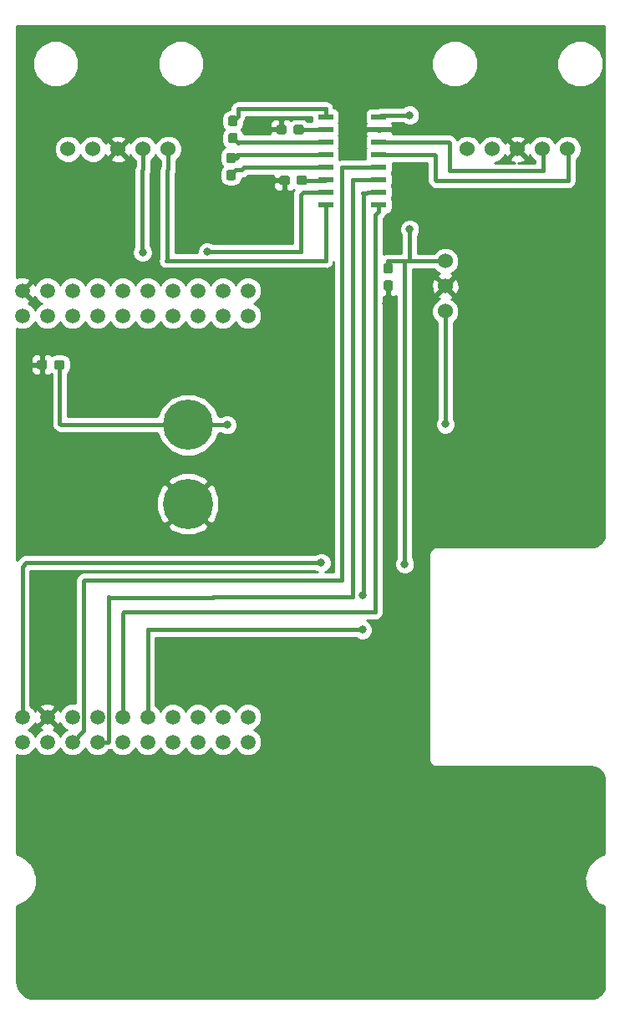
<source format=gbr>
G04 #@! TF.GenerationSoftware,KiCad,Pcbnew,(5.0.0)*
G04 #@! TF.CreationDate,2018-09-27T19:36:32-05:00*
G04 #@! TF.ProjectId,DriveBoard_Hardware,4472697665426F6172645F4861726477,rev?*
G04 #@! TF.SameCoordinates,Original*
G04 #@! TF.FileFunction,Copper,L1,Top,Signal*
G04 #@! TF.FilePolarity,Positive*
%FSLAX46Y46*%
G04 Gerber Fmt 4.6, Leading zero omitted, Abs format (unit mm)*
G04 Created by KiCad (PCBNEW (5.0.0)) date 09/27/18 19:36:32*
%MOMM*%
%LPD*%
G01*
G04 APERTURE LIST*
G04 #@! TA.AperFunction,ComponentPad*
%ADD10C,5.080000*%
G04 #@! TD*
G04 #@! TA.AperFunction,ComponentPad*
%ADD11C,1.520000*%
G04 #@! TD*
G04 #@! TA.AperFunction,ComponentPad*
%ADD12C,1.524000*%
G04 #@! TD*
G04 #@! TA.AperFunction,SMDPad,CuDef*
%ADD13R,1.500000X0.600000*%
G04 #@! TD*
G04 #@! TA.AperFunction,Conductor*
%ADD14C,0.100000*%
G04 #@! TD*
G04 #@! TA.AperFunction,SMDPad,CuDef*
%ADD15C,0.950000*%
G04 #@! TD*
G04 #@! TA.AperFunction,ViaPad*
%ADD16C,0.800000*%
G04 #@! TD*
G04 #@! TA.AperFunction,Conductor*
%ADD17C,0.381000*%
G04 #@! TD*
G04 #@! TA.AperFunction,Conductor*
%ADD18C,0.250000*%
G04 #@! TD*
G04 #@! TA.AperFunction,Conductor*
%ADD19C,0.254000*%
G04 #@! TD*
G04 APERTURE END LIST*
D10*
G04 #@! TO.P,Conn1,1*
G04 #@! TO.N,GND*
X142519400Y-107951000D03*
G04 #@! TO.P,Conn1,2*
G04 #@! TO.N,/+12V*
X142519400Y-99950000D03*
G04 #@! TD*
D11*
G04 #@! TO.P,U1,+3V3*
G04 #@! TO.N,Net-(U1-Pad+3V3)*
X125730000Y-132080000D03*
G04 #@! TO.P,U1,PM6*
G04 #@! TO.N,Net-(U1-PadPM6)*
X148590000Y-86360000D03*
G04 #@! TO.P,U1,PQ1*
G04 #@! TO.N,Net-(U1-PadPQ1)*
X146050000Y-86360000D03*
G04 #@! TO.P,U1,PQ2*
G04 #@! TO.N,Net-(U1-PadPQ2)*
X138430000Y-86360000D03*
G04 #@! TO.P,U1,PK0*
G04 #@! TO.N,RX_2_IC*
X135890000Y-129540000D03*
G04 #@! TO.P,U1,PQ3*
G04 #@! TO.N,Net-(U1-PadPQ3)*
X140970000Y-86360000D03*
G04 #@! TO.P,U1,PP3*
G04 #@! TO.N,Net-(U1-PadPP3)*
X143510000Y-86360000D03*
G04 #@! TO.P,U1,PQ0*
G04 #@! TO.N,Net-(U1-PadPQ0)*
X140970000Y-132080000D03*
G04 #@! TO.P,U1,PA4*
G04 #@! TO.N,Net-(U1-PadPA4)*
X146050000Y-129540000D03*
G04 #@! TO.P,U1,Rese*
G04 #@! TO.N,Net-(U1-PadRese)*
X135890000Y-86360000D03*
G04 #@! TO.P,U1,PA7*
G04 #@! TO.N,Net-(U1-PadPA7)*
X133350000Y-86360000D03*
G04 #@! TO.P,U1,PN5*
G04 #@! TO.N,Net-(U1-PadPN5)*
X146050000Y-132080000D03*
G04 #@! TO.P,U1,PK2*
G04 #@! TO.N,Net-(U1-PadPK2)*
X140970000Y-129540000D03*
G04 #@! TO.P,U1,PK1*
G04 #@! TO.N,TX_2_IC*
X138430000Y-129540000D03*
G04 #@! TO.P,U1,+5V*
G04 #@! TO.N,+5V*
X125730000Y-129540000D03*
G04 #@! TO.P,U1,GND*
G04 #@! TO.N,GND*
X128270000Y-129540000D03*
G04 #@! TO.P,U1,PB4*
G04 #@! TO.N,Net-(U1-PadPB4)*
X130810000Y-129540000D03*
G04 #@! TO.P,U1,PB5*
G04 #@! TO.N,Net-(U1-PadPB5)*
X133350000Y-129540000D03*
G04 #@! TO.P,U1,PK3*
G04 #@! TO.N,Net-(U1-PadPK3)*
X143510000Y-129540000D03*
G04 #@! TO.P,U1,PA5*
G04 #@! TO.N,Net-(U1-PadPA5)*
X148590000Y-129540000D03*
G04 #@! TO.P,U1,PD2*
G04 #@! TO.N,Net-(U1-PadPD2)*
X128270000Y-132080000D03*
G04 #@! TO.P,U1,PP0*
G04 #@! TO.N,RX_1_IC*
X130810000Y-132080000D03*
G04 #@! TO.P,U1,PP1*
G04 #@! TO.N,TX_1_IC*
X133350000Y-132080000D03*
G04 #@! TO.P,U1,PD4*
G04 #@! TO.N,Net-(U1-PadPD4)*
X135890000Y-132080000D03*
G04 #@! TO.P,U1,PD5*
G04 #@! TO.N,Net-(U1-PadPD5)*
X138430000Y-132080000D03*
G04 #@! TO.P,U1,PP4*
G04 #@! TO.N,Net-(U1-PadPP4)*
X143510000Y-132080000D03*
G04 #@! TO.P,U1,PN4*
G04 #@! TO.N,Net-(U1-PadPN4)*
X148590000Y-132080000D03*
G04 #@! TO.P,U1,PG1*
G04 #@! TO.N,Net-(U1-PadPG1)*
X125730000Y-88900000D03*
G04 #@! TO.P,U1,PK4*
G04 #@! TO.N,Net-(U1-PadPK4)*
X128270000Y-88900000D03*
G04 #@! TO.P,U1,PK5*
G04 #@! TO.N,Net-(U1-PadPK5)*
X130810000Y-88900000D03*
G04 #@! TO.P,U1,PM0*
G04 #@! TO.N,Net-(U1-PadPM0)*
X133350000Y-88900000D03*
G04 #@! TO.P,U1,PM1*
G04 #@! TO.N,Net-(U1-PadPM1)*
X135890000Y-88900000D03*
G04 #@! TO.P,U1,PM2*
G04 #@! TO.N,Net-(U1-PadPM2)*
X138430000Y-88900000D03*
G04 #@! TO.P,U1,PH0*
G04 #@! TO.N,Net-(U1-PadPH0)*
X140970000Y-88900000D03*
G04 #@! TO.P,U1,PH1*
G04 #@! TO.N,Net-(U1-PadPH1)*
X143510000Y-88900000D03*
G04 #@! TO.P,U1,PK6*
G04 #@! TO.N,Net-(U1-PadPK6)*
X146050000Y-88900000D03*
G04 #@! TO.P,U1,PK7*
G04 #@! TO.N,Net-(U1-PadPK7)*
X148590000Y-88900000D03*
G04 #@! TO.P,U1,GND*
G04 #@! TO.N,GND*
X125730000Y-86360000D03*
G04 #@! TO.P,U1,PM7*
G04 #@! TO.N,Net-(U1-PadPM7)*
X128270000Y-86360000D03*
G04 #@! TO.P,U1,PP5*
G04 #@! TO.N,Net-(U1-PadPP5)*
X130810000Y-86360000D03*
G04 #@! TD*
D12*
G04 #@! TO.P,Conn2,1*
G04 #@! TO.N,Net-(Conn2-Pad1)*
X170815000Y-72009000D03*
G04 #@! TO.P,Conn2,2*
G04 #@! TO.N,Net-(Conn2-Pad2)*
X173355000Y-72009000D03*
G04 #@! TO.P,Conn2,3*
G04 #@! TO.N,GND*
X175895000Y-72009000D03*
G04 #@! TO.P,Conn2,4*
G04 #@! TO.N,TX_1_SL*
X178435000Y-72009000D03*
G04 #@! TO.P,Conn2,5*
G04 #@! TO.N,RX_1_SL*
X180975000Y-72009000D03*
G04 #@! TD*
D13*
G04 #@! TO.P,U2,1*
G04 #@! TO.N,Net-(C4-Pad1)*
X156461500Y-68770500D03*
G04 #@! TO.P,U2,2*
G04 #@! TO.N,Net-(C1-Pad1)*
X156461500Y-70040500D03*
G04 #@! TO.P,U2,3*
G04 #@! TO.N,Net-(C4-Pad2)*
X156461500Y-71310500D03*
G04 #@! TO.P,U2,4*
G04 #@! TO.N,Net-(C5-Pad1)*
X156461500Y-72580500D03*
G04 #@! TO.P,U2,5*
G04 #@! TO.N,Net-(C5-Pad2)*
X156461500Y-73850500D03*
G04 #@! TO.P,U2,6*
G04 #@! TO.N,Net-(C2-Pad1)*
X156461500Y-75120500D03*
G04 #@! TO.P,U2,7*
G04 #@! TO.N,TX_2_SL*
X156461500Y-76390500D03*
G04 #@! TO.P,U2,8*
G04 #@! TO.N,RX_2_SL*
X156461500Y-77660500D03*
G04 #@! TO.P,U2,9*
G04 #@! TO.N,RX_2_IC*
X161861500Y-77660500D03*
G04 #@! TO.P,U2,10*
G04 #@! TO.N,TX_2_IC*
X161861500Y-76390500D03*
G04 #@! TO.P,U2,11*
G04 #@! TO.N,TX_1_IC*
X161861500Y-75120500D03*
G04 #@! TO.P,U2,12*
G04 #@! TO.N,RX_1_IC*
X161861500Y-73850500D03*
G04 #@! TO.P,U2,13*
G04 #@! TO.N,RX_1_SL*
X161861500Y-72580500D03*
G04 #@! TO.P,U2,14*
G04 #@! TO.N,TX_1_SL*
X161861500Y-71310500D03*
G04 #@! TO.P,U2,15*
G04 #@! TO.N,GND*
X161861500Y-70040500D03*
G04 #@! TO.P,U2,16*
G04 #@! TO.N,+5V*
X161861500Y-68770500D03*
G04 #@! TD*
D14*
G04 #@! TO.N,Net-(C1-Pad1)*
G04 #@! TO.C,C1*
G36*
X154044279Y-69566644D02*
X154067334Y-69570063D01*
X154089943Y-69575727D01*
X154111887Y-69583579D01*
X154132957Y-69593544D01*
X154152948Y-69605526D01*
X154171668Y-69619410D01*
X154188938Y-69635062D01*
X154204590Y-69652332D01*
X154218474Y-69671052D01*
X154230456Y-69691043D01*
X154240421Y-69712113D01*
X154248273Y-69734057D01*
X154253937Y-69756666D01*
X154257356Y-69779721D01*
X154258500Y-69803000D01*
X154258500Y-70278000D01*
X154257356Y-70301279D01*
X154253937Y-70324334D01*
X154248273Y-70346943D01*
X154240421Y-70368887D01*
X154230456Y-70389957D01*
X154218474Y-70409948D01*
X154204590Y-70428668D01*
X154188938Y-70445938D01*
X154171668Y-70461590D01*
X154152948Y-70475474D01*
X154132957Y-70487456D01*
X154111887Y-70497421D01*
X154089943Y-70505273D01*
X154067334Y-70510937D01*
X154044279Y-70514356D01*
X154021000Y-70515500D01*
X153446000Y-70515500D01*
X153422721Y-70514356D01*
X153399666Y-70510937D01*
X153377057Y-70505273D01*
X153355113Y-70497421D01*
X153334043Y-70487456D01*
X153314052Y-70475474D01*
X153295332Y-70461590D01*
X153278062Y-70445938D01*
X153262410Y-70428668D01*
X153248526Y-70409948D01*
X153236544Y-70389957D01*
X153226579Y-70368887D01*
X153218727Y-70346943D01*
X153213063Y-70324334D01*
X153209644Y-70301279D01*
X153208500Y-70278000D01*
X153208500Y-69803000D01*
X153209644Y-69779721D01*
X153213063Y-69756666D01*
X153218727Y-69734057D01*
X153226579Y-69712113D01*
X153236544Y-69691043D01*
X153248526Y-69671052D01*
X153262410Y-69652332D01*
X153278062Y-69635062D01*
X153295332Y-69619410D01*
X153314052Y-69605526D01*
X153334043Y-69593544D01*
X153355113Y-69583579D01*
X153377057Y-69575727D01*
X153399666Y-69570063D01*
X153422721Y-69566644D01*
X153446000Y-69565500D01*
X154021000Y-69565500D01*
X154044279Y-69566644D01*
X154044279Y-69566644D01*
G37*
D15*
G04 #@! TD*
G04 #@! TO.P,C1,1*
G04 #@! TO.N,Net-(C1-Pad1)*
X153733500Y-70040500D03*
D14*
G04 #@! TO.N,GND*
G04 #@! TO.C,C1*
G36*
X152294279Y-69566644D02*
X152317334Y-69570063D01*
X152339943Y-69575727D01*
X152361887Y-69583579D01*
X152382957Y-69593544D01*
X152402948Y-69605526D01*
X152421668Y-69619410D01*
X152438938Y-69635062D01*
X152454590Y-69652332D01*
X152468474Y-69671052D01*
X152480456Y-69691043D01*
X152490421Y-69712113D01*
X152498273Y-69734057D01*
X152503937Y-69756666D01*
X152507356Y-69779721D01*
X152508500Y-69803000D01*
X152508500Y-70278000D01*
X152507356Y-70301279D01*
X152503937Y-70324334D01*
X152498273Y-70346943D01*
X152490421Y-70368887D01*
X152480456Y-70389957D01*
X152468474Y-70409948D01*
X152454590Y-70428668D01*
X152438938Y-70445938D01*
X152421668Y-70461590D01*
X152402948Y-70475474D01*
X152382957Y-70487456D01*
X152361887Y-70497421D01*
X152339943Y-70505273D01*
X152317334Y-70510937D01*
X152294279Y-70514356D01*
X152271000Y-70515500D01*
X151696000Y-70515500D01*
X151672721Y-70514356D01*
X151649666Y-70510937D01*
X151627057Y-70505273D01*
X151605113Y-70497421D01*
X151584043Y-70487456D01*
X151564052Y-70475474D01*
X151545332Y-70461590D01*
X151528062Y-70445938D01*
X151512410Y-70428668D01*
X151498526Y-70409948D01*
X151486544Y-70389957D01*
X151476579Y-70368887D01*
X151468727Y-70346943D01*
X151463063Y-70324334D01*
X151459644Y-70301279D01*
X151458500Y-70278000D01*
X151458500Y-69803000D01*
X151459644Y-69779721D01*
X151463063Y-69756666D01*
X151468727Y-69734057D01*
X151476579Y-69712113D01*
X151486544Y-69691043D01*
X151498526Y-69671052D01*
X151512410Y-69652332D01*
X151528062Y-69635062D01*
X151545332Y-69619410D01*
X151564052Y-69605526D01*
X151584043Y-69593544D01*
X151605113Y-69583579D01*
X151627057Y-69575727D01*
X151649666Y-69570063D01*
X151672721Y-69566644D01*
X151696000Y-69565500D01*
X152271000Y-69565500D01*
X152294279Y-69566644D01*
X152294279Y-69566644D01*
G37*
D15*
G04 #@! TD*
G04 #@! TO.P,C1,2*
G04 #@! TO.N,GND*
X151983500Y-70040500D03*
D14*
G04 #@! TO.N,GND*
G04 #@! TO.C,C2*
G36*
X152611779Y-74710144D02*
X152634834Y-74713563D01*
X152657443Y-74719227D01*
X152679387Y-74727079D01*
X152700457Y-74737044D01*
X152720448Y-74749026D01*
X152739168Y-74762910D01*
X152756438Y-74778562D01*
X152772090Y-74795832D01*
X152785974Y-74814552D01*
X152797956Y-74834543D01*
X152807921Y-74855613D01*
X152815773Y-74877557D01*
X152821437Y-74900166D01*
X152824856Y-74923221D01*
X152826000Y-74946500D01*
X152826000Y-75421500D01*
X152824856Y-75444779D01*
X152821437Y-75467834D01*
X152815773Y-75490443D01*
X152807921Y-75512387D01*
X152797956Y-75533457D01*
X152785974Y-75553448D01*
X152772090Y-75572168D01*
X152756438Y-75589438D01*
X152739168Y-75605090D01*
X152720448Y-75618974D01*
X152700457Y-75630956D01*
X152679387Y-75640921D01*
X152657443Y-75648773D01*
X152634834Y-75654437D01*
X152611779Y-75657856D01*
X152588500Y-75659000D01*
X152013500Y-75659000D01*
X151990221Y-75657856D01*
X151967166Y-75654437D01*
X151944557Y-75648773D01*
X151922613Y-75640921D01*
X151901543Y-75630956D01*
X151881552Y-75618974D01*
X151862832Y-75605090D01*
X151845562Y-75589438D01*
X151829910Y-75572168D01*
X151816026Y-75553448D01*
X151804044Y-75533457D01*
X151794079Y-75512387D01*
X151786227Y-75490443D01*
X151780563Y-75467834D01*
X151777144Y-75444779D01*
X151776000Y-75421500D01*
X151776000Y-74946500D01*
X151777144Y-74923221D01*
X151780563Y-74900166D01*
X151786227Y-74877557D01*
X151794079Y-74855613D01*
X151804044Y-74834543D01*
X151816026Y-74814552D01*
X151829910Y-74795832D01*
X151845562Y-74778562D01*
X151862832Y-74762910D01*
X151881552Y-74749026D01*
X151901543Y-74737044D01*
X151922613Y-74727079D01*
X151944557Y-74719227D01*
X151967166Y-74713563D01*
X151990221Y-74710144D01*
X152013500Y-74709000D01*
X152588500Y-74709000D01*
X152611779Y-74710144D01*
X152611779Y-74710144D01*
G37*
D15*
G04 #@! TD*
G04 #@! TO.P,C2,2*
G04 #@! TO.N,GND*
X152301000Y-75184000D03*
D14*
G04 #@! TO.N,Net-(C2-Pad1)*
G04 #@! TO.C,C2*
G36*
X154361779Y-74710144D02*
X154384834Y-74713563D01*
X154407443Y-74719227D01*
X154429387Y-74727079D01*
X154450457Y-74737044D01*
X154470448Y-74749026D01*
X154489168Y-74762910D01*
X154506438Y-74778562D01*
X154522090Y-74795832D01*
X154535974Y-74814552D01*
X154547956Y-74834543D01*
X154557921Y-74855613D01*
X154565773Y-74877557D01*
X154571437Y-74900166D01*
X154574856Y-74923221D01*
X154576000Y-74946500D01*
X154576000Y-75421500D01*
X154574856Y-75444779D01*
X154571437Y-75467834D01*
X154565773Y-75490443D01*
X154557921Y-75512387D01*
X154547956Y-75533457D01*
X154535974Y-75553448D01*
X154522090Y-75572168D01*
X154506438Y-75589438D01*
X154489168Y-75605090D01*
X154470448Y-75618974D01*
X154450457Y-75630956D01*
X154429387Y-75640921D01*
X154407443Y-75648773D01*
X154384834Y-75654437D01*
X154361779Y-75657856D01*
X154338500Y-75659000D01*
X153763500Y-75659000D01*
X153740221Y-75657856D01*
X153717166Y-75654437D01*
X153694557Y-75648773D01*
X153672613Y-75640921D01*
X153651543Y-75630956D01*
X153631552Y-75618974D01*
X153612832Y-75605090D01*
X153595562Y-75589438D01*
X153579910Y-75572168D01*
X153566026Y-75553448D01*
X153554044Y-75533457D01*
X153544079Y-75512387D01*
X153536227Y-75490443D01*
X153530563Y-75467834D01*
X153527144Y-75444779D01*
X153526000Y-75421500D01*
X153526000Y-74946500D01*
X153527144Y-74923221D01*
X153530563Y-74900166D01*
X153536227Y-74877557D01*
X153544079Y-74855613D01*
X153554044Y-74834543D01*
X153566026Y-74814552D01*
X153579910Y-74795832D01*
X153595562Y-74778562D01*
X153612832Y-74762910D01*
X153631552Y-74749026D01*
X153651543Y-74737044D01*
X153672613Y-74727079D01*
X153694557Y-74719227D01*
X153717166Y-74713563D01*
X153740221Y-74710144D01*
X153763500Y-74709000D01*
X154338500Y-74709000D01*
X154361779Y-74710144D01*
X154361779Y-74710144D01*
G37*
D15*
G04 #@! TD*
G04 #@! TO.P,C2,1*
G04 #@! TO.N,Net-(C2-Pad1)*
X154051000Y-75184000D03*
D14*
G04 #@! TO.N,/+12V*
G04 #@! TO.C,C3*
G36*
X129787279Y-93379144D02*
X129810334Y-93382563D01*
X129832943Y-93388227D01*
X129854887Y-93396079D01*
X129875957Y-93406044D01*
X129895948Y-93418026D01*
X129914668Y-93431910D01*
X129931938Y-93447562D01*
X129947590Y-93464832D01*
X129961474Y-93483552D01*
X129973456Y-93503543D01*
X129983421Y-93524613D01*
X129991273Y-93546557D01*
X129996937Y-93569166D01*
X130000356Y-93592221D01*
X130001500Y-93615500D01*
X130001500Y-94090500D01*
X130000356Y-94113779D01*
X129996937Y-94136834D01*
X129991273Y-94159443D01*
X129983421Y-94181387D01*
X129973456Y-94202457D01*
X129961474Y-94222448D01*
X129947590Y-94241168D01*
X129931938Y-94258438D01*
X129914668Y-94274090D01*
X129895948Y-94287974D01*
X129875957Y-94299956D01*
X129854887Y-94309921D01*
X129832943Y-94317773D01*
X129810334Y-94323437D01*
X129787279Y-94326856D01*
X129764000Y-94328000D01*
X129189000Y-94328000D01*
X129165721Y-94326856D01*
X129142666Y-94323437D01*
X129120057Y-94317773D01*
X129098113Y-94309921D01*
X129077043Y-94299956D01*
X129057052Y-94287974D01*
X129038332Y-94274090D01*
X129021062Y-94258438D01*
X129005410Y-94241168D01*
X128991526Y-94222448D01*
X128979544Y-94202457D01*
X128969579Y-94181387D01*
X128961727Y-94159443D01*
X128956063Y-94136834D01*
X128952644Y-94113779D01*
X128951500Y-94090500D01*
X128951500Y-93615500D01*
X128952644Y-93592221D01*
X128956063Y-93569166D01*
X128961727Y-93546557D01*
X128969579Y-93524613D01*
X128979544Y-93503543D01*
X128991526Y-93483552D01*
X129005410Y-93464832D01*
X129021062Y-93447562D01*
X129038332Y-93431910D01*
X129057052Y-93418026D01*
X129077043Y-93406044D01*
X129098113Y-93396079D01*
X129120057Y-93388227D01*
X129142666Y-93382563D01*
X129165721Y-93379144D01*
X129189000Y-93378000D01*
X129764000Y-93378000D01*
X129787279Y-93379144D01*
X129787279Y-93379144D01*
G37*
D15*
G04 #@! TD*
G04 #@! TO.P,C3,1*
G04 #@! TO.N,/+12V*
X129476500Y-93853000D03*
D14*
G04 #@! TO.N,GND*
G04 #@! TO.C,C3*
G36*
X128037279Y-93379144D02*
X128060334Y-93382563D01*
X128082943Y-93388227D01*
X128104887Y-93396079D01*
X128125957Y-93406044D01*
X128145948Y-93418026D01*
X128164668Y-93431910D01*
X128181938Y-93447562D01*
X128197590Y-93464832D01*
X128211474Y-93483552D01*
X128223456Y-93503543D01*
X128233421Y-93524613D01*
X128241273Y-93546557D01*
X128246937Y-93569166D01*
X128250356Y-93592221D01*
X128251500Y-93615500D01*
X128251500Y-94090500D01*
X128250356Y-94113779D01*
X128246937Y-94136834D01*
X128241273Y-94159443D01*
X128233421Y-94181387D01*
X128223456Y-94202457D01*
X128211474Y-94222448D01*
X128197590Y-94241168D01*
X128181938Y-94258438D01*
X128164668Y-94274090D01*
X128145948Y-94287974D01*
X128125957Y-94299956D01*
X128104887Y-94309921D01*
X128082943Y-94317773D01*
X128060334Y-94323437D01*
X128037279Y-94326856D01*
X128014000Y-94328000D01*
X127439000Y-94328000D01*
X127415721Y-94326856D01*
X127392666Y-94323437D01*
X127370057Y-94317773D01*
X127348113Y-94309921D01*
X127327043Y-94299956D01*
X127307052Y-94287974D01*
X127288332Y-94274090D01*
X127271062Y-94258438D01*
X127255410Y-94241168D01*
X127241526Y-94222448D01*
X127229544Y-94202457D01*
X127219579Y-94181387D01*
X127211727Y-94159443D01*
X127206063Y-94136834D01*
X127202644Y-94113779D01*
X127201500Y-94090500D01*
X127201500Y-93615500D01*
X127202644Y-93592221D01*
X127206063Y-93569166D01*
X127211727Y-93546557D01*
X127219579Y-93524613D01*
X127229544Y-93503543D01*
X127241526Y-93483552D01*
X127255410Y-93464832D01*
X127271062Y-93447562D01*
X127288332Y-93431910D01*
X127307052Y-93418026D01*
X127327043Y-93406044D01*
X127348113Y-93396079D01*
X127370057Y-93388227D01*
X127392666Y-93382563D01*
X127415721Y-93379144D01*
X127439000Y-93378000D01*
X128014000Y-93378000D01*
X128037279Y-93379144D01*
X128037279Y-93379144D01*
G37*
D15*
G04 #@! TD*
G04 #@! TO.P,C3,2*
G04 #@! TO.N,GND*
X127726500Y-93853000D03*
D14*
G04 #@! TO.N,Net-(C4-Pad1)*
G04 #@! TO.C,C4*
G36*
X147326779Y-68641644D02*
X147349834Y-68645063D01*
X147372443Y-68650727D01*
X147394387Y-68658579D01*
X147415457Y-68668544D01*
X147435448Y-68680526D01*
X147454168Y-68694410D01*
X147471438Y-68710062D01*
X147487090Y-68727332D01*
X147500974Y-68746052D01*
X147512956Y-68766043D01*
X147522921Y-68787113D01*
X147530773Y-68809057D01*
X147536437Y-68831666D01*
X147539856Y-68854721D01*
X147541000Y-68878000D01*
X147541000Y-69453000D01*
X147539856Y-69476279D01*
X147536437Y-69499334D01*
X147530773Y-69521943D01*
X147522921Y-69543887D01*
X147512956Y-69564957D01*
X147500974Y-69584948D01*
X147487090Y-69603668D01*
X147471438Y-69620938D01*
X147454168Y-69636590D01*
X147435448Y-69650474D01*
X147415457Y-69662456D01*
X147394387Y-69672421D01*
X147372443Y-69680273D01*
X147349834Y-69685937D01*
X147326779Y-69689356D01*
X147303500Y-69690500D01*
X146828500Y-69690500D01*
X146805221Y-69689356D01*
X146782166Y-69685937D01*
X146759557Y-69680273D01*
X146737613Y-69672421D01*
X146716543Y-69662456D01*
X146696552Y-69650474D01*
X146677832Y-69636590D01*
X146660562Y-69620938D01*
X146644910Y-69603668D01*
X146631026Y-69584948D01*
X146619044Y-69564957D01*
X146609079Y-69543887D01*
X146601227Y-69521943D01*
X146595563Y-69499334D01*
X146592144Y-69476279D01*
X146591000Y-69453000D01*
X146591000Y-68878000D01*
X146592144Y-68854721D01*
X146595563Y-68831666D01*
X146601227Y-68809057D01*
X146609079Y-68787113D01*
X146619044Y-68766043D01*
X146631026Y-68746052D01*
X146644910Y-68727332D01*
X146660562Y-68710062D01*
X146677832Y-68694410D01*
X146696552Y-68680526D01*
X146716543Y-68668544D01*
X146737613Y-68658579D01*
X146759557Y-68650727D01*
X146782166Y-68645063D01*
X146805221Y-68641644D01*
X146828500Y-68640500D01*
X147303500Y-68640500D01*
X147326779Y-68641644D01*
X147326779Y-68641644D01*
G37*
D15*
G04 #@! TD*
G04 #@! TO.P,C4,1*
G04 #@! TO.N,Net-(C4-Pad1)*
X147066000Y-69165500D03*
D14*
G04 #@! TO.N,Net-(C4-Pad2)*
G04 #@! TO.C,C4*
G36*
X147326779Y-70391644D02*
X147349834Y-70395063D01*
X147372443Y-70400727D01*
X147394387Y-70408579D01*
X147415457Y-70418544D01*
X147435448Y-70430526D01*
X147454168Y-70444410D01*
X147471438Y-70460062D01*
X147487090Y-70477332D01*
X147500974Y-70496052D01*
X147512956Y-70516043D01*
X147522921Y-70537113D01*
X147530773Y-70559057D01*
X147536437Y-70581666D01*
X147539856Y-70604721D01*
X147541000Y-70628000D01*
X147541000Y-71203000D01*
X147539856Y-71226279D01*
X147536437Y-71249334D01*
X147530773Y-71271943D01*
X147522921Y-71293887D01*
X147512956Y-71314957D01*
X147500974Y-71334948D01*
X147487090Y-71353668D01*
X147471438Y-71370938D01*
X147454168Y-71386590D01*
X147435448Y-71400474D01*
X147415457Y-71412456D01*
X147394387Y-71422421D01*
X147372443Y-71430273D01*
X147349834Y-71435937D01*
X147326779Y-71439356D01*
X147303500Y-71440500D01*
X146828500Y-71440500D01*
X146805221Y-71439356D01*
X146782166Y-71435937D01*
X146759557Y-71430273D01*
X146737613Y-71422421D01*
X146716543Y-71412456D01*
X146696552Y-71400474D01*
X146677832Y-71386590D01*
X146660562Y-71370938D01*
X146644910Y-71353668D01*
X146631026Y-71334948D01*
X146619044Y-71314957D01*
X146609079Y-71293887D01*
X146601227Y-71271943D01*
X146595563Y-71249334D01*
X146592144Y-71226279D01*
X146591000Y-71203000D01*
X146591000Y-70628000D01*
X146592144Y-70604721D01*
X146595563Y-70581666D01*
X146601227Y-70559057D01*
X146609079Y-70537113D01*
X146619044Y-70516043D01*
X146631026Y-70496052D01*
X146644910Y-70477332D01*
X146660562Y-70460062D01*
X146677832Y-70444410D01*
X146696552Y-70430526D01*
X146716543Y-70418544D01*
X146737613Y-70408579D01*
X146759557Y-70400727D01*
X146782166Y-70395063D01*
X146805221Y-70391644D01*
X146828500Y-70390500D01*
X147303500Y-70390500D01*
X147326779Y-70391644D01*
X147326779Y-70391644D01*
G37*
D15*
G04 #@! TD*
G04 #@! TO.P,C4,2*
G04 #@! TO.N,Net-(C4-Pad2)*
X147066000Y-70915500D03*
D14*
G04 #@! TO.N,Net-(C5-Pad2)*
G04 #@! TO.C,C5*
G36*
X147136279Y-74124144D02*
X147159334Y-74127563D01*
X147181943Y-74133227D01*
X147203887Y-74141079D01*
X147224957Y-74151044D01*
X147244948Y-74163026D01*
X147263668Y-74176910D01*
X147280938Y-74192562D01*
X147296590Y-74209832D01*
X147310474Y-74228552D01*
X147322456Y-74248543D01*
X147332421Y-74269613D01*
X147340273Y-74291557D01*
X147345937Y-74314166D01*
X147349356Y-74337221D01*
X147350500Y-74360500D01*
X147350500Y-74935500D01*
X147349356Y-74958779D01*
X147345937Y-74981834D01*
X147340273Y-75004443D01*
X147332421Y-75026387D01*
X147322456Y-75047457D01*
X147310474Y-75067448D01*
X147296590Y-75086168D01*
X147280938Y-75103438D01*
X147263668Y-75119090D01*
X147244948Y-75132974D01*
X147224957Y-75144956D01*
X147203887Y-75154921D01*
X147181943Y-75162773D01*
X147159334Y-75168437D01*
X147136279Y-75171856D01*
X147113000Y-75173000D01*
X146638000Y-75173000D01*
X146614721Y-75171856D01*
X146591666Y-75168437D01*
X146569057Y-75162773D01*
X146547113Y-75154921D01*
X146526043Y-75144956D01*
X146506052Y-75132974D01*
X146487332Y-75119090D01*
X146470062Y-75103438D01*
X146454410Y-75086168D01*
X146440526Y-75067448D01*
X146428544Y-75047457D01*
X146418579Y-75026387D01*
X146410727Y-75004443D01*
X146405063Y-74981834D01*
X146401644Y-74958779D01*
X146400500Y-74935500D01*
X146400500Y-74360500D01*
X146401644Y-74337221D01*
X146405063Y-74314166D01*
X146410727Y-74291557D01*
X146418579Y-74269613D01*
X146428544Y-74248543D01*
X146440526Y-74228552D01*
X146454410Y-74209832D01*
X146470062Y-74192562D01*
X146487332Y-74176910D01*
X146506052Y-74163026D01*
X146526043Y-74151044D01*
X146547113Y-74141079D01*
X146569057Y-74133227D01*
X146591666Y-74127563D01*
X146614721Y-74124144D01*
X146638000Y-74123000D01*
X147113000Y-74123000D01*
X147136279Y-74124144D01*
X147136279Y-74124144D01*
G37*
D15*
G04 #@! TD*
G04 #@! TO.P,C5,2*
G04 #@! TO.N,Net-(C5-Pad2)*
X146875500Y-74648000D03*
D14*
G04 #@! TO.N,Net-(C5-Pad1)*
G04 #@! TO.C,C5*
G36*
X147136279Y-72374144D02*
X147159334Y-72377563D01*
X147181943Y-72383227D01*
X147203887Y-72391079D01*
X147224957Y-72401044D01*
X147244948Y-72413026D01*
X147263668Y-72426910D01*
X147280938Y-72442562D01*
X147296590Y-72459832D01*
X147310474Y-72478552D01*
X147322456Y-72498543D01*
X147332421Y-72519613D01*
X147340273Y-72541557D01*
X147345937Y-72564166D01*
X147349356Y-72587221D01*
X147350500Y-72610500D01*
X147350500Y-73185500D01*
X147349356Y-73208779D01*
X147345937Y-73231834D01*
X147340273Y-73254443D01*
X147332421Y-73276387D01*
X147322456Y-73297457D01*
X147310474Y-73317448D01*
X147296590Y-73336168D01*
X147280938Y-73353438D01*
X147263668Y-73369090D01*
X147244948Y-73382974D01*
X147224957Y-73394956D01*
X147203887Y-73404921D01*
X147181943Y-73412773D01*
X147159334Y-73418437D01*
X147136279Y-73421856D01*
X147113000Y-73423000D01*
X146638000Y-73423000D01*
X146614721Y-73421856D01*
X146591666Y-73418437D01*
X146569057Y-73412773D01*
X146547113Y-73404921D01*
X146526043Y-73394956D01*
X146506052Y-73382974D01*
X146487332Y-73369090D01*
X146470062Y-73353438D01*
X146454410Y-73336168D01*
X146440526Y-73317448D01*
X146428544Y-73297457D01*
X146418579Y-73276387D01*
X146410727Y-73254443D01*
X146405063Y-73231834D01*
X146401644Y-73208779D01*
X146400500Y-73185500D01*
X146400500Y-72610500D01*
X146401644Y-72587221D01*
X146405063Y-72564166D01*
X146410727Y-72541557D01*
X146418579Y-72519613D01*
X146428544Y-72498543D01*
X146440526Y-72478552D01*
X146454410Y-72459832D01*
X146470062Y-72442562D01*
X146487332Y-72426910D01*
X146506052Y-72413026D01*
X146526043Y-72401044D01*
X146547113Y-72391079D01*
X146569057Y-72383227D01*
X146591666Y-72377563D01*
X146614721Y-72374144D01*
X146638000Y-72373000D01*
X147113000Y-72373000D01*
X147136279Y-72374144D01*
X147136279Y-72374144D01*
G37*
D15*
G04 #@! TD*
G04 #@! TO.P,C5,1*
G04 #@! TO.N,Net-(C5-Pad1)*
X146875500Y-72898000D03*
D14*
G04 #@! TO.N,GND*
G04 #@! TO.C,C6*
G36*
X163074779Y-85314144D02*
X163097834Y-85317563D01*
X163120443Y-85323227D01*
X163142387Y-85331079D01*
X163163457Y-85341044D01*
X163183448Y-85353026D01*
X163202168Y-85366910D01*
X163219438Y-85382562D01*
X163235090Y-85399832D01*
X163248974Y-85418552D01*
X163260956Y-85438543D01*
X163270921Y-85459613D01*
X163278773Y-85481557D01*
X163284437Y-85504166D01*
X163287856Y-85527221D01*
X163289000Y-85550500D01*
X163289000Y-86125500D01*
X163287856Y-86148779D01*
X163284437Y-86171834D01*
X163278773Y-86194443D01*
X163270921Y-86216387D01*
X163260956Y-86237457D01*
X163248974Y-86257448D01*
X163235090Y-86276168D01*
X163219438Y-86293438D01*
X163202168Y-86309090D01*
X163183448Y-86322974D01*
X163163457Y-86334956D01*
X163142387Y-86344921D01*
X163120443Y-86352773D01*
X163097834Y-86358437D01*
X163074779Y-86361856D01*
X163051500Y-86363000D01*
X162576500Y-86363000D01*
X162553221Y-86361856D01*
X162530166Y-86358437D01*
X162507557Y-86352773D01*
X162485613Y-86344921D01*
X162464543Y-86334956D01*
X162444552Y-86322974D01*
X162425832Y-86309090D01*
X162408562Y-86293438D01*
X162392910Y-86276168D01*
X162379026Y-86257448D01*
X162367044Y-86237457D01*
X162357079Y-86216387D01*
X162349227Y-86194443D01*
X162343563Y-86171834D01*
X162340144Y-86148779D01*
X162339000Y-86125500D01*
X162339000Y-85550500D01*
X162340144Y-85527221D01*
X162343563Y-85504166D01*
X162349227Y-85481557D01*
X162357079Y-85459613D01*
X162367044Y-85438543D01*
X162379026Y-85418552D01*
X162392910Y-85399832D01*
X162408562Y-85382562D01*
X162425832Y-85366910D01*
X162444552Y-85353026D01*
X162464543Y-85341044D01*
X162485613Y-85331079D01*
X162507557Y-85323227D01*
X162530166Y-85317563D01*
X162553221Y-85314144D01*
X162576500Y-85313000D01*
X163051500Y-85313000D01*
X163074779Y-85314144D01*
X163074779Y-85314144D01*
G37*
D15*
G04 #@! TD*
G04 #@! TO.P,C6,2*
G04 #@! TO.N,GND*
X162814000Y-85838000D03*
D14*
G04 #@! TO.N,+5V*
G04 #@! TO.C,C6*
G36*
X163074779Y-83564144D02*
X163097834Y-83567563D01*
X163120443Y-83573227D01*
X163142387Y-83581079D01*
X163163457Y-83591044D01*
X163183448Y-83603026D01*
X163202168Y-83616910D01*
X163219438Y-83632562D01*
X163235090Y-83649832D01*
X163248974Y-83668552D01*
X163260956Y-83688543D01*
X163270921Y-83709613D01*
X163278773Y-83731557D01*
X163284437Y-83754166D01*
X163287856Y-83777221D01*
X163289000Y-83800500D01*
X163289000Y-84375500D01*
X163287856Y-84398779D01*
X163284437Y-84421834D01*
X163278773Y-84444443D01*
X163270921Y-84466387D01*
X163260956Y-84487457D01*
X163248974Y-84507448D01*
X163235090Y-84526168D01*
X163219438Y-84543438D01*
X163202168Y-84559090D01*
X163183448Y-84572974D01*
X163163457Y-84584956D01*
X163142387Y-84594921D01*
X163120443Y-84602773D01*
X163097834Y-84608437D01*
X163074779Y-84611856D01*
X163051500Y-84613000D01*
X162576500Y-84613000D01*
X162553221Y-84611856D01*
X162530166Y-84608437D01*
X162507557Y-84602773D01*
X162485613Y-84594921D01*
X162464543Y-84584956D01*
X162444552Y-84572974D01*
X162425832Y-84559090D01*
X162408562Y-84543438D01*
X162392910Y-84526168D01*
X162379026Y-84507448D01*
X162367044Y-84487457D01*
X162357079Y-84466387D01*
X162349227Y-84444443D01*
X162343563Y-84421834D01*
X162340144Y-84398779D01*
X162339000Y-84375500D01*
X162339000Y-83800500D01*
X162340144Y-83777221D01*
X162343563Y-83754166D01*
X162349227Y-83731557D01*
X162357079Y-83709613D01*
X162367044Y-83688543D01*
X162379026Y-83668552D01*
X162392910Y-83649832D01*
X162408562Y-83632562D01*
X162425832Y-83616910D01*
X162444552Y-83603026D01*
X162464543Y-83591044D01*
X162485613Y-83581079D01*
X162507557Y-83573227D01*
X162530166Y-83567563D01*
X162553221Y-83564144D01*
X162576500Y-83563000D01*
X163051500Y-83563000D01*
X163074779Y-83564144D01*
X163074779Y-83564144D01*
G37*
D15*
G04 #@! TD*
G04 #@! TO.P,C6,1*
G04 #@! TO.N,+5V*
X162814000Y-84088000D03*
D12*
G04 #@! TO.P,Conn3,1*
G04 #@! TO.N,Net-(Conn3-Pad1)*
X130365500Y-72009000D03*
G04 #@! TO.P,Conn3,2*
G04 #@! TO.N,Net-(Conn3-Pad2)*
X132905500Y-72009000D03*
G04 #@! TO.P,Conn3,3*
G04 #@! TO.N,GND*
X135445500Y-72009000D03*
G04 #@! TO.P,Conn3,4*
G04 #@! TO.N,TX_2_SL*
X137985500Y-72009000D03*
G04 #@! TO.P,Conn3,5*
G04 #@! TO.N,RX_2_SL*
X140525500Y-72009000D03*
G04 #@! TD*
G04 #@! TO.P,U3,1*
G04 #@! TO.N,/+12V*
X168592500Y-88455500D03*
G04 #@! TO.P,U3,2*
G04 #@! TO.N,GND*
X168592500Y-85915500D03*
G04 #@! TO.P,U3,3*
G04 #@! TO.N,+5V*
X168592500Y-83375500D03*
G04 #@! TD*
D16*
G04 #@! TO.N,GND*
X149860000Y-69850000D03*
X149860000Y-76200000D03*
X125730000Y-92710000D03*
X162560000Y-87630000D03*
G04 #@! TO.N,/+12V*
X146494500Y-99949000D03*
X168592500Y-99885500D03*
G04 #@! TO.N,+5V*
X164973000Y-80137000D03*
X164973000Y-68580000D03*
X156019500Y-113919000D03*
X164465000Y-114046000D03*
G04 #@! TO.N,TX_2_SL*
X137922000Y-82486500D03*
X144462500Y-82423000D03*
G04 #@! TO.N,TX_2_IC*
X160210500Y-117221000D03*
X160210500Y-120713500D03*
G04 #@! TD*
D17*
G04 #@! TO.N,GND*
X168515000Y-85838000D02*
X168592500Y-85915500D01*
G04 #@! TO.N,Net-(C1-Pad1)*
X153733500Y-70040500D02*
X156461500Y-70040500D01*
G04 #@! TO.N,Net-(C2-Pad1)*
X156398000Y-75184000D02*
X156461500Y-75120500D01*
X154051000Y-75184000D02*
X156398000Y-75184000D01*
G04 #@! TO.N,/+12V*
X129668000Y-99950000D02*
X142519400Y-99950000D01*
X129526000Y-99808000D02*
X129668000Y-99950000D01*
X146111502Y-99950000D02*
X146112502Y-99949000D01*
X142519400Y-99950000D02*
X146111502Y-99950000D01*
X146112502Y-99949000D02*
X146494500Y-99949000D01*
X168592500Y-99885500D02*
X168592500Y-88455500D01*
X129526000Y-94477500D02*
X129526000Y-99808000D01*
X129476500Y-94428000D02*
X129526000Y-94477500D01*
X129476500Y-93853000D02*
X129476500Y-94428000D01*
G04 #@! TO.N,Net-(C4-Pad2)*
X147718644Y-71310500D02*
X156461500Y-71310500D01*
X147565072Y-71414572D02*
X147066000Y-70915500D01*
X147614572Y-71414572D02*
X147565072Y-71414572D01*
X147718644Y-71310500D02*
X147614572Y-71414572D01*
G04 #@! TO.N,Net-(C4-Pad1)*
X147565072Y-68666428D02*
X147565072Y-68017428D01*
X147066000Y-69165500D02*
X147565072Y-68666428D01*
X147565072Y-68017428D02*
X147637500Y-67945000D01*
X147637500Y-67945000D02*
X156464000Y-67945000D01*
X156461500Y-67947500D02*
X156461500Y-68770500D01*
X156464000Y-67945000D02*
X156461500Y-67947500D01*
G04 #@! TO.N,Net-(C5-Pad1)*
X147450500Y-72898000D02*
X146875500Y-72898000D01*
X147510500Y-72838000D02*
X147450500Y-72898000D01*
X147510500Y-72580500D02*
X147510500Y-72838000D01*
X156461500Y-72580500D02*
X147510500Y-72580500D01*
G04 #@! TO.N,Net-(C5-Pad2)*
X147374572Y-74148928D02*
X147935928Y-74148928D01*
X146875500Y-74648000D02*
X147374572Y-74148928D01*
X148234356Y-73850500D02*
X156461500Y-73850500D01*
X147935928Y-74148928D02*
X148234356Y-73850500D01*
G04 #@! TO.N,+5V*
X162814000Y-83463000D02*
X162750500Y-83399500D01*
X162814000Y-84088000D02*
X162814000Y-83463000D01*
X162750500Y-83399500D02*
X162774500Y-83375500D01*
X164973000Y-83375500D02*
X164973000Y-80137000D01*
X164973000Y-83375500D02*
X168592500Y-83375500D01*
X162052000Y-68580000D02*
X161861500Y-68770500D01*
X164973000Y-68580000D02*
X162052000Y-68580000D01*
X162774500Y-83375500D02*
X164528500Y-83375500D01*
D18*
X164465000Y-88328500D02*
X164465000Y-88201500D01*
D17*
X164973000Y-83375500D02*
X164528500Y-83375500D01*
X164465000Y-83439000D02*
X164465000Y-114046000D01*
X164528500Y-83375500D02*
X164465000Y-83439000D01*
X125730000Y-129540000D02*
X125730000Y-114300000D01*
X126111000Y-113919000D02*
X156019500Y-113919000D01*
X125730000Y-114300000D02*
X126111000Y-113919000D01*
G04 #@! TO.N,TX_1_SL*
X178498500Y-72453500D02*
X178498500Y-74231500D01*
X178498500Y-74231500D02*
X169100500Y-74231500D01*
X169100500Y-74231500D02*
X169037000Y-74168000D01*
X169037000Y-74168000D02*
X169037000Y-71374000D01*
X168973500Y-71310500D02*
X161861500Y-71310500D01*
X169037000Y-71374000D02*
X168973500Y-71310500D01*
G04 #@! TO.N,RX_1_SL*
X181038500Y-72453500D02*
X181038500Y-75247500D01*
X181038500Y-75247500D02*
X167703500Y-75247500D01*
X167703500Y-75247500D02*
X167576500Y-75120500D01*
X167576500Y-75120500D02*
X167576500Y-72644000D01*
X167513000Y-72580500D02*
X161861500Y-72580500D01*
X167576500Y-72644000D02*
X167513000Y-72580500D01*
G04 #@! TO.N,RX_2_SL*
X156461500Y-78341500D02*
X156464000Y-78344000D01*
X156461500Y-77660500D02*
X156461500Y-78341500D01*
X156464000Y-78344000D02*
X156464000Y-83312000D01*
X156464000Y-83312000D02*
X140335000Y-83312000D01*
X140398500Y-83248500D02*
X140398500Y-74168000D01*
X140335000Y-83312000D02*
X140398500Y-83248500D01*
X140525500Y-74041000D02*
X140525500Y-72009000D01*
X140398500Y-74168000D02*
X140525500Y-74041000D01*
G04 #@! TO.N,TX_2_SL*
X137858500Y-74168000D02*
X137858500Y-82423000D01*
X137858500Y-82423000D02*
X137922000Y-82486500D01*
X144462500Y-82423000D02*
X153987500Y-82423000D01*
X153987500Y-82423000D02*
X153924000Y-82359500D01*
X153924000Y-82359500D02*
X153924000Y-76644500D01*
X154178000Y-76390500D02*
X156461500Y-76390500D01*
X153924000Y-76644500D02*
X154178000Y-76390500D01*
X137985500Y-74041000D02*
X137985500Y-72009000D01*
X137858500Y-74168000D02*
X137985500Y-74041000D01*
G04 #@! TO.N,RX_2_IC*
X135890000Y-129540000D02*
X135890000Y-119062500D01*
X135890000Y-119062500D02*
X136017000Y-118935500D01*
X161861500Y-78341500D02*
X161526500Y-78676500D01*
X161861500Y-77660500D02*
X161861500Y-78341500D01*
X161526500Y-78676500D02*
X161526500Y-87104500D01*
X161526500Y-87104500D02*
X161480500Y-87150500D01*
X161480500Y-87150500D02*
X161480500Y-118935500D01*
X161480500Y-118935500D02*
X145859500Y-118935500D01*
X136017000Y-118935500D02*
X145859500Y-118935500D01*
X145859500Y-118935500D02*
X146113500Y-118935500D01*
G04 #@! TO.N,TX_2_IC*
X138430000Y-129540000D02*
X138430000Y-120713500D01*
X138430000Y-120713500D02*
X148145500Y-120713500D01*
X160730500Y-76390500D02*
X160667000Y-76454000D01*
X161861500Y-76390500D02*
X160730500Y-76390500D01*
X160667000Y-76454000D02*
X160210500Y-76454000D01*
X160210500Y-76454000D02*
X160274000Y-76517500D01*
X160274000Y-76517500D02*
X160274000Y-86995000D01*
X160274000Y-86995000D02*
X160274000Y-117157500D01*
X160274000Y-117157500D02*
X160210500Y-117221000D01*
X148145500Y-120713500D02*
X160210500Y-120713500D01*
G04 #@! TO.N,RX_1_IC*
X131953000Y-130937000D02*
X130810000Y-132080000D01*
X161861500Y-73850500D02*
X158115000Y-73850500D01*
X158115000Y-73850500D02*
X158115000Y-115697000D01*
X158115000Y-115697000D02*
X132031502Y-115697000D01*
X132031502Y-115697000D02*
X131960501Y-115768001D01*
X131960501Y-115768001D02*
X131960501Y-130937000D01*
X131960501Y-130937000D02*
X131953000Y-130937000D01*
G04 #@! TO.N,TX_1_IC*
X134500501Y-132004301D02*
X134500501Y-117403999D01*
X134500501Y-117403999D02*
X134571502Y-117475000D01*
X134571502Y-117475000D02*
X145034000Y-117475000D01*
X161861500Y-75120500D02*
X160730500Y-75120500D01*
X160730500Y-75120500D02*
X159194500Y-75120500D01*
X159194500Y-75120500D02*
X159194500Y-85280500D01*
X159194500Y-86995000D02*
X159194500Y-117411500D01*
X159194500Y-86995000D02*
X159194500Y-87185500D01*
X159194500Y-85280500D02*
X159194500Y-86995000D01*
X145097500Y-117411500D02*
X145034000Y-117475000D01*
X159194500Y-117411500D02*
X145097500Y-117411500D01*
X134424802Y-132080000D02*
X134500501Y-132004301D01*
X133350000Y-132080000D02*
X134424802Y-132080000D01*
G04 #@! TD*
D19*
G04 #@! TO.N,GND*
G36*
X184710001Y-110947412D02*
X184649910Y-111367009D01*
X184495619Y-111706352D01*
X184252288Y-111988752D01*
X183939479Y-112191506D01*
X183558815Y-112305348D01*
X183361649Y-112320000D01*
X167709925Y-112320000D01*
X167640000Y-112306091D01*
X167570074Y-112320000D01*
X167362972Y-112361195D01*
X167128119Y-112518119D01*
X166971195Y-112752972D01*
X166916091Y-113030000D01*
X166930000Y-113099926D01*
X166930001Y-133788069D01*
X166916091Y-133858000D01*
X166971195Y-134135028D01*
X167128119Y-134369881D01*
X167362972Y-134526805D01*
X167570074Y-134568000D01*
X167570075Y-134568000D01*
X167640000Y-134581909D01*
X167709926Y-134568000D01*
X183337419Y-134568000D01*
X183757009Y-134628090D01*
X184096352Y-134782381D01*
X184378752Y-135025712D01*
X184581506Y-135338523D01*
X184695348Y-135719184D01*
X184710000Y-135916350D01*
X184710001Y-143407281D01*
X184624491Y-143433423D01*
X184532033Y-143460460D01*
X184524159Y-143464098D01*
X184002644Y-143708948D01*
X183922075Y-143761872D01*
X183840927Y-143813768D01*
X183834390Y-143819470D01*
X183402558Y-144200851D01*
X183340096Y-144274244D01*
X183276760Y-144346847D01*
X183272087Y-144354154D01*
X182964654Y-144841407D01*
X182925298Y-144929387D01*
X182884889Y-145016840D01*
X182882457Y-145025160D01*
X182882454Y-145025166D01*
X182882453Y-145025173D01*
X182724134Y-145579118D01*
X182711056Y-145674586D01*
X182696813Y-145769890D01*
X182696813Y-145778564D01*
X182700333Y-146354687D01*
X182714588Y-146450068D01*
X182727654Y-146545455D01*
X182730088Y-146553781D01*
X182895164Y-147105758D01*
X182935591Y-147193250D01*
X182974930Y-147281194D01*
X182979603Y-147288501D01*
X183292966Y-147771961D01*
X183356328Y-147844594D01*
X183418763Y-147917955D01*
X183425296Y-147923654D01*
X183425300Y-147923658D01*
X183425305Y-147923661D01*
X183861759Y-148299734D01*
X183942942Y-148351653D01*
X184023475Y-148404554D01*
X184031346Y-148408190D01*
X184031349Y-148408192D01*
X184031352Y-148408193D01*
X184555817Y-148646653D01*
X184648309Y-148673700D01*
X184710000Y-148692561D01*
X184710001Y-156667412D01*
X184649910Y-157087009D01*
X184495619Y-157426352D01*
X184252288Y-157708752D01*
X183939479Y-157911506D01*
X183558815Y-158025348D01*
X183361649Y-158040000D01*
X127044667Y-158040000D01*
X126546301Y-157977042D01*
X126121111Y-157808697D01*
X125751141Y-157539899D01*
X125459645Y-157187541D01*
X125264933Y-156773756D01*
X125172907Y-156291339D01*
X125170000Y-156198836D01*
X125170000Y-148692719D01*
X125255509Y-148666577D01*
X125347967Y-148639540D01*
X125355841Y-148635902D01*
X125877356Y-148391052D01*
X125957925Y-148338128D01*
X126039073Y-148286232D01*
X126045610Y-148280530D01*
X126477442Y-147899149D01*
X126539887Y-147825776D01*
X126603240Y-147753153D01*
X126607913Y-147745846D01*
X126915346Y-147258593D01*
X126954687Y-147170645D01*
X126995111Y-147083160D01*
X126997545Y-147074835D01*
X127155866Y-146520882D01*
X127168943Y-146425421D01*
X127183187Y-146330111D01*
X127183187Y-146321436D01*
X127179667Y-145745313D01*
X127165414Y-145649943D01*
X127152346Y-145554544D01*
X127149912Y-145546219D01*
X126984836Y-144994241D01*
X126944418Y-144906769D01*
X126905071Y-144818806D01*
X126900397Y-144811499D01*
X126587034Y-144328040D01*
X126523707Y-144255447D01*
X126461237Y-144182045D01*
X126454700Y-144176343D01*
X126018241Y-143800266D01*
X125937058Y-143748347D01*
X125856525Y-143695446D01*
X125848654Y-143691810D01*
X125848651Y-143691808D01*
X125848648Y-143691807D01*
X125324183Y-143453347D01*
X125231691Y-143426300D01*
X125170000Y-143407439D01*
X125170000Y-133357978D01*
X125452517Y-133475000D01*
X126007483Y-133475000D01*
X126520204Y-133262624D01*
X126912624Y-132870204D01*
X127000000Y-132659260D01*
X127087376Y-132870204D01*
X127479796Y-133262624D01*
X127992517Y-133475000D01*
X128547483Y-133475000D01*
X129060204Y-133262624D01*
X129452624Y-132870204D01*
X129540000Y-132659260D01*
X129627376Y-132870204D01*
X130019796Y-133262624D01*
X130532517Y-133475000D01*
X131087483Y-133475000D01*
X131600204Y-133262624D01*
X131992624Y-132870204D01*
X132080000Y-132659260D01*
X132167376Y-132870204D01*
X132559796Y-133262624D01*
X133072517Y-133475000D01*
X133627483Y-133475000D01*
X134140204Y-133262624D01*
X134495149Y-132907679D01*
X134506103Y-132905500D01*
X134506105Y-132905500D01*
X134705562Y-132865826D01*
X134707376Y-132870204D01*
X135099796Y-133262624D01*
X135612517Y-133475000D01*
X136167483Y-133475000D01*
X136680204Y-133262624D01*
X137072624Y-132870204D01*
X137160000Y-132659260D01*
X137247376Y-132870204D01*
X137639796Y-133262624D01*
X138152517Y-133475000D01*
X138707483Y-133475000D01*
X139220204Y-133262624D01*
X139612624Y-132870204D01*
X139700000Y-132659260D01*
X139787376Y-132870204D01*
X140179796Y-133262624D01*
X140692517Y-133475000D01*
X141247483Y-133475000D01*
X141760204Y-133262624D01*
X142152624Y-132870204D01*
X142240000Y-132659260D01*
X142327376Y-132870204D01*
X142719796Y-133262624D01*
X143232517Y-133475000D01*
X143787483Y-133475000D01*
X144300204Y-133262624D01*
X144692624Y-132870204D01*
X144780000Y-132659260D01*
X144867376Y-132870204D01*
X145259796Y-133262624D01*
X145772517Y-133475000D01*
X146327483Y-133475000D01*
X146840204Y-133262624D01*
X147232624Y-132870204D01*
X147320000Y-132659260D01*
X147407376Y-132870204D01*
X147799796Y-133262624D01*
X148312517Y-133475000D01*
X148867483Y-133475000D01*
X149380204Y-133262624D01*
X149772624Y-132870204D01*
X149985000Y-132357483D01*
X149985000Y-131802517D01*
X149772624Y-131289796D01*
X149380204Y-130897376D01*
X149169260Y-130810000D01*
X149380204Y-130722624D01*
X149772624Y-130330204D01*
X149985000Y-129817483D01*
X149985000Y-129262517D01*
X149772624Y-128749796D01*
X149380204Y-128357376D01*
X148867483Y-128145000D01*
X148312517Y-128145000D01*
X147799796Y-128357376D01*
X147407376Y-128749796D01*
X147320000Y-128960740D01*
X147232624Y-128749796D01*
X146840204Y-128357376D01*
X146327483Y-128145000D01*
X145772517Y-128145000D01*
X145259796Y-128357376D01*
X144867376Y-128749796D01*
X144780000Y-128960740D01*
X144692624Y-128749796D01*
X144300204Y-128357376D01*
X143787483Y-128145000D01*
X143232517Y-128145000D01*
X142719796Y-128357376D01*
X142327376Y-128749796D01*
X142240000Y-128960740D01*
X142152624Y-128749796D01*
X141760204Y-128357376D01*
X141247483Y-128145000D01*
X140692517Y-128145000D01*
X140179796Y-128357376D01*
X139787376Y-128749796D01*
X139700000Y-128960740D01*
X139612624Y-128749796D01*
X139255500Y-128392672D01*
X139255500Y-121539000D01*
X159572289Y-121539000D01*
X159624220Y-121590931D01*
X160004626Y-121748500D01*
X160416374Y-121748500D01*
X160796780Y-121590931D01*
X161087931Y-121299780D01*
X161245500Y-120919374D01*
X161245500Y-120507626D01*
X161087931Y-120127220D01*
X160796780Y-119836069D01*
X160615547Y-119761000D01*
X161399198Y-119761000D01*
X161480500Y-119777172D01*
X161802594Y-119713104D01*
X162075652Y-119530652D01*
X162258104Y-119257594D01*
X162306000Y-119016803D01*
X162322172Y-118935500D01*
X162306000Y-118854197D01*
X162306000Y-87417062D01*
X162352000Y-87185803D01*
X162368172Y-87104500D01*
X162352000Y-87023197D01*
X162352000Y-86998000D01*
X162528250Y-86998000D01*
X162687000Y-86839250D01*
X162687000Y-85965000D01*
X162667000Y-85965000D01*
X162667000Y-85711000D01*
X162687000Y-85711000D01*
X162687000Y-85691000D01*
X162941000Y-85691000D01*
X162941000Y-85711000D01*
X162961000Y-85711000D01*
X162961000Y-85965000D01*
X162941000Y-85965000D01*
X162941000Y-86839250D01*
X163099750Y-86998000D01*
X163415310Y-86998000D01*
X163639500Y-86905137D01*
X163639501Y-113407788D01*
X163587569Y-113459720D01*
X163430000Y-113840126D01*
X163430000Y-114251874D01*
X163587569Y-114632280D01*
X163878720Y-114923431D01*
X164259126Y-115081000D01*
X164670874Y-115081000D01*
X165051280Y-114923431D01*
X165342431Y-114632280D01*
X165500000Y-114251874D01*
X165500000Y-113840126D01*
X165342431Y-113459720D01*
X165290500Y-113407789D01*
X165290500Y-88177619D01*
X167195500Y-88177619D01*
X167195500Y-88733381D01*
X167408180Y-89246837D01*
X167767001Y-89605658D01*
X167767000Y-99247289D01*
X167715069Y-99299220D01*
X167557500Y-99679626D01*
X167557500Y-100091374D01*
X167715069Y-100471780D01*
X168006220Y-100762931D01*
X168386626Y-100920500D01*
X168798374Y-100920500D01*
X169178780Y-100762931D01*
X169469931Y-100471780D01*
X169627500Y-100091374D01*
X169627500Y-99679626D01*
X169469931Y-99299220D01*
X169418000Y-99247289D01*
X169418000Y-89605657D01*
X169776820Y-89246837D01*
X169989500Y-88733381D01*
X169989500Y-88177619D01*
X169776820Y-87664163D01*
X169383837Y-87271180D01*
X169192853Y-87192072D01*
X169323643Y-87137897D01*
X169393108Y-86895713D01*
X168592500Y-86095105D01*
X167791892Y-86895713D01*
X167861357Y-87137897D01*
X168001893Y-87188035D01*
X167801163Y-87271180D01*
X167408180Y-87664163D01*
X167195500Y-88177619D01*
X165290500Y-88177619D01*
X165290500Y-85707802D01*
X167183356Y-85707802D01*
X167211138Y-86262868D01*
X167370103Y-86646643D01*
X167612287Y-86716108D01*
X168412895Y-85915500D01*
X168772105Y-85915500D01*
X169572713Y-86716108D01*
X169814897Y-86646643D01*
X170001644Y-86123198D01*
X169973862Y-85568132D01*
X169814897Y-85184357D01*
X169572713Y-85114892D01*
X168772105Y-85915500D01*
X168412895Y-85915500D01*
X167612287Y-85114892D01*
X167370103Y-85184357D01*
X167183356Y-85707802D01*
X165290500Y-85707802D01*
X165290500Y-84201000D01*
X167442343Y-84201000D01*
X167801163Y-84559820D01*
X167992147Y-84638928D01*
X167861357Y-84693103D01*
X167791892Y-84935287D01*
X168592500Y-85735895D01*
X169393108Y-84935287D01*
X169323643Y-84693103D01*
X169183107Y-84642965D01*
X169383837Y-84559820D01*
X169776820Y-84166837D01*
X169989500Y-83653381D01*
X169989500Y-83097619D01*
X169776820Y-82584163D01*
X169383837Y-82191180D01*
X168870381Y-81978500D01*
X168314619Y-81978500D01*
X167801163Y-82191180D01*
X167442343Y-82550000D01*
X165798500Y-82550000D01*
X165798500Y-80775211D01*
X165850431Y-80723280D01*
X166008000Y-80342874D01*
X166008000Y-79931126D01*
X165850431Y-79550720D01*
X165559280Y-79259569D01*
X165178874Y-79102000D01*
X164767126Y-79102000D01*
X164386720Y-79259569D01*
X164095569Y-79550720D01*
X163938000Y-79931126D01*
X163938000Y-80342874D01*
X164095569Y-80723280D01*
X164147501Y-80775212D01*
X164147500Y-82550000D01*
X162855797Y-82550000D01*
X162774499Y-82533829D01*
X162693202Y-82550000D01*
X162693197Y-82550000D01*
X162452406Y-82597896D01*
X162352000Y-82664985D01*
X162352000Y-79018432D01*
X162387723Y-78982709D01*
X162456652Y-78936652D01*
X162639104Y-78663594D01*
X162651767Y-78599930D01*
X162859265Y-78558657D01*
X163069309Y-78418309D01*
X163209657Y-78208265D01*
X163258940Y-77960500D01*
X163258940Y-77360500D01*
X163209657Y-77112735D01*
X163151368Y-77025500D01*
X163209657Y-76938265D01*
X163258940Y-76690500D01*
X163258940Y-76090500D01*
X163209657Y-75842735D01*
X163151368Y-75755500D01*
X163209657Y-75668265D01*
X163258940Y-75420500D01*
X163258940Y-74820500D01*
X163209657Y-74572735D01*
X163151368Y-74485500D01*
X163209657Y-74398265D01*
X163258940Y-74150500D01*
X163258940Y-73550500D01*
X163230197Y-73406000D01*
X166751001Y-73406000D01*
X166751000Y-75039197D01*
X166734828Y-75120500D01*
X166751000Y-75201801D01*
X166751000Y-75201802D01*
X166798896Y-75442593D01*
X166981348Y-75715652D01*
X167050277Y-75761709D01*
X167062291Y-75773723D01*
X167108348Y-75842652D01*
X167381406Y-76025104D01*
X167622197Y-76073000D01*
X167622202Y-76073000D01*
X167703499Y-76089171D01*
X167784797Y-76073000D01*
X180957198Y-76073000D01*
X181038500Y-76089172D01*
X181145242Y-76067940D01*
X181360594Y-76025104D01*
X181633652Y-75842652D01*
X181816104Y-75569594D01*
X181880172Y-75247500D01*
X181864000Y-75166197D01*
X181864000Y-73095657D01*
X182159320Y-72800337D01*
X182372000Y-72286881D01*
X182372000Y-71731119D01*
X182159320Y-71217663D01*
X181766337Y-70824680D01*
X181252881Y-70612000D01*
X180697119Y-70612000D01*
X180183663Y-70824680D01*
X179790680Y-71217663D01*
X179705000Y-71424513D01*
X179619320Y-71217663D01*
X179226337Y-70824680D01*
X178712881Y-70612000D01*
X178157119Y-70612000D01*
X177643663Y-70824680D01*
X177250680Y-71217663D01*
X177171572Y-71408647D01*
X177117397Y-71277857D01*
X176875213Y-71208392D01*
X176074605Y-72009000D01*
X176875213Y-72809608D01*
X177117397Y-72740143D01*
X177167535Y-72599607D01*
X177250680Y-72800337D01*
X177643663Y-73193320D01*
X177673000Y-73205472D01*
X177673001Y-73406000D01*
X175929931Y-73406000D01*
X176242368Y-73390362D01*
X176626143Y-73231397D01*
X176695608Y-72989213D01*
X175895000Y-72188605D01*
X175094392Y-72989213D01*
X175163857Y-73231397D01*
X175653263Y-73406000D01*
X173632881Y-73406000D01*
X174146337Y-73193320D01*
X174539320Y-72800337D01*
X174618428Y-72609353D01*
X174672603Y-72740143D01*
X174914787Y-72809608D01*
X175715395Y-72009000D01*
X174914787Y-71208392D01*
X174672603Y-71277857D01*
X174622465Y-71418393D01*
X174539320Y-71217663D01*
X174350444Y-71028787D01*
X175094392Y-71028787D01*
X175895000Y-71829395D01*
X176695608Y-71028787D01*
X176626143Y-70786603D01*
X176102698Y-70599856D01*
X175547632Y-70627638D01*
X175163857Y-70786603D01*
X175094392Y-71028787D01*
X174350444Y-71028787D01*
X174146337Y-70824680D01*
X173632881Y-70612000D01*
X173077119Y-70612000D01*
X172563663Y-70824680D01*
X172170680Y-71217663D01*
X172085000Y-71424513D01*
X171999320Y-71217663D01*
X171606337Y-70824680D01*
X171092881Y-70612000D01*
X170537119Y-70612000D01*
X170023663Y-70824680D01*
X169807327Y-71041016D01*
X169632152Y-70778848D01*
X169594087Y-70753413D01*
X169568652Y-70715348D01*
X169295594Y-70532896D01*
X169054803Y-70485000D01*
X169054801Y-70485000D01*
X168973500Y-70468828D01*
X168892199Y-70485000D01*
X163238965Y-70485000D01*
X163246500Y-70466810D01*
X163246500Y-70326250D01*
X163087750Y-70167500D01*
X161988500Y-70167500D01*
X161988500Y-70187500D01*
X161734500Y-70187500D01*
X161734500Y-70167500D01*
X160635250Y-70167500D01*
X160476500Y-70326250D01*
X160476500Y-70466810D01*
X160566268Y-70683528D01*
X160513343Y-70762735D01*
X160464060Y-71010500D01*
X160464060Y-71610500D01*
X160513343Y-71858265D01*
X160571632Y-71945500D01*
X160513343Y-72032735D01*
X160464060Y-72280500D01*
X160464060Y-72880500D01*
X160492803Y-73025000D01*
X158196302Y-73025000D01*
X158115000Y-73008828D01*
X158033697Y-73025000D01*
X157821814Y-73067146D01*
X157858940Y-72880500D01*
X157858940Y-72280500D01*
X157809657Y-72032735D01*
X157751368Y-71945500D01*
X157809657Y-71858265D01*
X157858940Y-71610500D01*
X157858940Y-71010500D01*
X157809657Y-70762735D01*
X157751368Y-70675500D01*
X157809657Y-70588265D01*
X157858940Y-70340500D01*
X157858940Y-69740500D01*
X157809657Y-69492735D01*
X157751368Y-69405500D01*
X157809657Y-69318265D01*
X157858940Y-69070500D01*
X157858940Y-68470500D01*
X160464060Y-68470500D01*
X160464060Y-69070500D01*
X160513343Y-69318265D01*
X160566268Y-69397472D01*
X160476500Y-69614190D01*
X160476500Y-69754750D01*
X160635250Y-69913500D01*
X161734500Y-69913500D01*
X161734500Y-69893500D01*
X161988500Y-69893500D01*
X161988500Y-69913500D01*
X163087750Y-69913500D01*
X163246500Y-69754750D01*
X163246500Y-69614190D01*
X163160058Y-69405500D01*
X164334789Y-69405500D01*
X164386720Y-69457431D01*
X164767126Y-69615000D01*
X165178874Y-69615000D01*
X165559280Y-69457431D01*
X165850431Y-69166280D01*
X166008000Y-68785874D01*
X166008000Y-68374126D01*
X165850431Y-67993720D01*
X165559280Y-67702569D01*
X165178874Y-67545000D01*
X164767126Y-67545000D01*
X164386720Y-67702569D01*
X164334789Y-67754500D01*
X162133303Y-67754500D01*
X162052000Y-67738328D01*
X161970698Y-67754500D01*
X161970697Y-67754500D01*
X161729906Y-67802396D01*
X161698980Y-67823060D01*
X161111500Y-67823060D01*
X160863735Y-67872343D01*
X160653691Y-68012691D01*
X160513343Y-68222735D01*
X160464060Y-68470500D01*
X157858940Y-68470500D01*
X157809657Y-68222735D01*
X157669309Y-68012691D01*
X157459265Y-67872343D01*
X157284297Y-67837540D01*
X157241604Y-67622906D01*
X157059152Y-67349848D01*
X156786094Y-67167396D01*
X156545303Y-67119500D01*
X156464000Y-67103328D01*
X156382698Y-67119500D01*
X147718803Y-67119500D01*
X147637500Y-67103328D01*
X147556198Y-67119500D01*
X147556197Y-67119500D01*
X147315406Y-67167396D01*
X147042348Y-67349848D01*
X147013337Y-67393267D01*
X146969921Y-67422276D01*
X146787469Y-67695334D01*
X146762063Y-67823060D01*
X146724117Y-68013823D01*
X146489848Y-68060422D01*
X146202753Y-68252253D01*
X146010922Y-68539348D01*
X145943560Y-68878000D01*
X145943560Y-69453000D01*
X146010922Y-69791652D01*
X146177197Y-70040500D01*
X146010922Y-70289348D01*
X145943560Y-70628000D01*
X145943560Y-71203000D01*
X146010922Y-71541652D01*
X146202753Y-71828747D01*
X146224243Y-71843106D01*
X146012253Y-71984753D01*
X145820422Y-72271848D01*
X145753060Y-72610500D01*
X145753060Y-73185500D01*
X145820422Y-73524152D01*
X145986697Y-73773000D01*
X145820422Y-74021848D01*
X145753060Y-74360500D01*
X145753060Y-74935500D01*
X145820422Y-75274152D01*
X146012253Y-75561247D01*
X146299348Y-75753078D01*
X146638000Y-75820440D01*
X147113000Y-75820440D01*
X147451652Y-75753078D01*
X147738747Y-75561247D01*
X147799883Y-75469750D01*
X151141000Y-75469750D01*
X151141000Y-75785310D01*
X151237673Y-76018699D01*
X151416302Y-76197327D01*
X151649691Y-76294000D01*
X152015250Y-76294000D01*
X152174000Y-76135250D01*
X152174000Y-75311000D01*
X151299750Y-75311000D01*
X151141000Y-75469750D01*
X147799883Y-75469750D01*
X147930578Y-75274152D01*
X147989083Y-74980027D01*
X148017229Y-74974428D01*
X148017231Y-74974428D01*
X148258022Y-74926532D01*
X148531080Y-74744080D01*
X148576570Y-74676000D01*
X151141000Y-74676000D01*
X151141000Y-74898250D01*
X151299750Y-75057000D01*
X152174000Y-75057000D01*
X152174000Y-75037000D01*
X152428000Y-75037000D01*
X152428000Y-75057000D01*
X152448000Y-75057000D01*
X152448000Y-75311000D01*
X152428000Y-75311000D01*
X152428000Y-76135250D01*
X152586750Y-76294000D01*
X152952309Y-76294000D01*
X153185698Y-76197327D01*
X153256460Y-76126565D01*
X153270836Y-76136170D01*
X153146397Y-76322406D01*
X153082328Y-76644500D01*
X153098501Y-76725806D01*
X153098500Y-81597500D01*
X145100711Y-81597500D01*
X145048780Y-81545569D01*
X144668374Y-81388000D01*
X144256626Y-81388000D01*
X143876220Y-81545569D01*
X143585069Y-81836720D01*
X143427500Y-82217126D01*
X143427500Y-82486500D01*
X141224000Y-82486500D01*
X141224000Y-74481481D01*
X141303104Y-74363094D01*
X141351000Y-74122303D01*
X141351000Y-74122298D01*
X141367171Y-74041001D01*
X141351000Y-73959703D01*
X141351000Y-73159157D01*
X141709820Y-72800337D01*
X141922500Y-72286881D01*
X141922500Y-71731119D01*
X141709820Y-71217663D01*
X141316837Y-70824680D01*
X140803381Y-70612000D01*
X140247619Y-70612000D01*
X139734163Y-70824680D01*
X139341180Y-71217663D01*
X139255500Y-71424513D01*
X139169820Y-71217663D01*
X138776837Y-70824680D01*
X138263381Y-70612000D01*
X137707619Y-70612000D01*
X137194163Y-70824680D01*
X136801180Y-71217663D01*
X136722072Y-71408647D01*
X136667897Y-71277857D01*
X136425713Y-71208392D01*
X135625105Y-72009000D01*
X136425713Y-72809608D01*
X136667897Y-72740143D01*
X136718035Y-72599607D01*
X136801180Y-72800337D01*
X137160000Y-73159157D01*
X137160000Y-73727519D01*
X137080896Y-73845907D01*
X137042090Y-74041001D01*
X137016828Y-74168000D01*
X137033000Y-74249302D01*
X137033001Y-81928148D01*
X136887000Y-82280626D01*
X136887000Y-82692374D01*
X137044569Y-83072780D01*
X137335720Y-83363931D01*
X137716126Y-83521500D01*
X138127874Y-83521500D01*
X138508280Y-83363931D01*
X138799431Y-83072780D01*
X138957000Y-82692374D01*
X138957000Y-82280626D01*
X138799431Y-81900220D01*
X138684000Y-81784789D01*
X138684000Y-74481481D01*
X138763104Y-74363094D01*
X138811000Y-74122303D01*
X138811000Y-74122298D01*
X138827171Y-74041001D01*
X138811000Y-73959703D01*
X138811000Y-73159157D01*
X139169820Y-72800337D01*
X139255500Y-72593487D01*
X139341180Y-72800337D01*
X139700000Y-73159157D01*
X139700000Y-73727520D01*
X139620897Y-73845906D01*
X139556828Y-74168000D01*
X139573001Y-74249306D01*
X139573000Y-82966553D01*
X139557396Y-82989906D01*
X139493328Y-83312000D01*
X139557396Y-83634094D01*
X139739848Y-83907152D01*
X140012906Y-84089604D01*
X140253697Y-84137500D01*
X140253699Y-84137500D01*
X140335000Y-84153672D01*
X140416301Y-84137500D01*
X156382698Y-84137500D01*
X156464000Y-84153672D01*
X156786094Y-84089604D01*
X157059152Y-83907152D01*
X157241604Y-83634094D01*
X157289500Y-83393303D01*
X157289501Y-114871500D01*
X156424547Y-114871500D01*
X156605780Y-114796431D01*
X156896931Y-114505280D01*
X157054500Y-114124874D01*
X157054500Y-113713126D01*
X156896931Y-113332720D01*
X156605780Y-113041569D01*
X156225374Y-112884000D01*
X155813626Y-112884000D01*
X155433220Y-113041569D01*
X155381289Y-113093500D01*
X126192297Y-113093500D01*
X126110999Y-113077329D01*
X126029701Y-113093500D01*
X126029697Y-113093500D01*
X125788906Y-113141396D01*
X125515848Y-113323848D01*
X125469793Y-113392775D01*
X125203774Y-113658793D01*
X125170000Y-113681361D01*
X125170000Y-110215744D01*
X140434262Y-110215744D01*
X140720831Y-110642584D01*
X141887763Y-111125982D01*
X143150857Y-111126018D01*
X144317817Y-110642685D01*
X144317969Y-110642584D01*
X144604538Y-110215744D01*
X142519400Y-108130605D01*
X140434262Y-110215744D01*
X125170000Y-110215744D01*
X125170000Y-108582457D01*
X139344382Y-108582457D01*
X139827715Y-109749417D01*
X139827816Y-109749569D01*
X140254656Y-110036138D01*
X142339795Y-107951000D01*
X142699005Y-107951000D01*
X144784144Y-110036138D01*
X145210984Y-109749569D01*
X145694382Y-108582637D01*
X145694418Y-107319543D01*
X145211085Y-106152583D01*
X145210984Y-106152431D01*
X144784144Y-105865862D01*
X142699005Y-107951000D01*
X142339795Y-107951000D01*
X140254656Y-105865862D01*
X139827816Y-106152431D01*
X139344418Y-107319363D01*
X139344382Y-108582457D01*
X125170000Y-108582457D01*
X125170000Y-105686256D01*
X140434262Y-105686256D01*
X142519400Y-107771395D01*
X144604538Y-105686256D01*
X144317969Y-105259416D01*
X143151037Y-104776018D01*
X141887943Y-104775982D01*
X140720983Y-105259315D01*
X140720831Y-105259416D01*
X140434262Y-105686256D01*
X125170000Y-105686256D01*
X125170000Y-94138750D01*
X126566500Y-94138750D01*
X126566500Y-94454310D01*
X126663173Y-94687699D01*
X126841802Y-94866327D01*
X127075191Y-94963000D01*
X127440750Y-94963000D01*
X127599500Y-94804250D01*
X127599500Y-93980000D01*
X126725250Y-93980000D01*
X126566500Y-94138750D01*
X125170000Y-94138750D01*
X125170000Y-93251690D01*
X126566500Y-93251690D01*
X126566500Y-93567250D01*
X126725250Y-93726000D01*
X127599500Y-93726000D01*
X127599500Y-92901750D01*
X127853500Y-92901750D01*
X127853500Y-93726000D01*
X127873500Y-93726000D01*
X127873500Y-93980000D01*
X127853500Y-93980000D01*
X127853500Y-94804250D01*
X128012250Y-94963000D01*
X128377809Y-94963000D01*
X128611198Y-94866327D01*
X128681960Y-94795565D01*
X128700500Y-94807953D01*
X128700501Y-99726694D01*
X128684328Y-99808000D01*
X128740695Y-100091374D01*
X128748397Y-100130094D01*
X128930849Y-100403152D01*
X128999775Y-100449207D01*
X129026791Y-100476223D01*
X129072848Y-100545152D01*
X129345906Y-100727604D01*
X129586697Y-100775500D01*
X129586702Y-100775500D01*
X129667999Y-100791671D01*
X129749297Y-100775500D01*
X139424738Y-100775500D01*
X139827765Y-101748493D01*
X140720907Y-102641635D01*
X141887853Y-103125000D01*
X143150947Y-103125000D01*
X144317893Y-102641635D01*
X145211035Y-101748493D01*
X145614062Y-100775500D01*
X145857289Y-100775500D01*
X145908220Y-100826431D01*
X146288626Y-100984000D01*
X146700374Y-100984000D01*
X147080780Y-100826431D01*
X147371931Y-100535280D01*
X147529500Y-100154874D01*
X147529500Y-99743126D01*
X147371931Y-99362720D01*
X147080780Y-99071569D01*
X146700374Y-98914000D01*
X146288626Y-98914000D01*
X145908220Y-99071569D01*
X145855289Y-99124500D01*
X145614062Y-99124500D01*
X145211035Y-98151507D01*
X144317893Y-97258365D01*
X143150947Y-96775000D01*
X141887853Y-96775000D01*
X140720907Y-97258365D01*
X139827765Y-98151507D01*
X139424738Y-99124500D01*
X130351500Y-99124500D01*
X130351500Y-94741803D01*
X130389747Y-94716247D01*
X130581578Y-94429152D01*
X130648940Y-94090500D01*
X130648940Y-93615500D01*
X130581578Y-93276848D01*
X130389747Y-92989753D01*
X130102652Y-92797922D01*
X129764000Y-92730560D01*
X129189000Y-92730560D01*
X128850348Y-92797922D01*
X128681960Y-92910435D01*
X128611198Y-92839673D01*
X128377809Y-92743000D01*
X128012250Y-92743000D01*
X127853500Y-92901750D01*
X127599500Y-92901750D01*
X127440750Y-92743000D01*
X127075191Y-92743000D01*
X126841802Y-92839673D01*
X126663173Y-93018301D01*
X126566500Y-93251690D01*
X125170000Y-93251690D01*
X125170000Y-90177978D01*
X125452517Y-90295000D01*
X126007483Y-90295000D01*
X126520204Y-90082624D01*
X126912624Y-89690204D01*
X127000000Y-89479260D01*
X127087376Y-89690204D01*
X127479796Y-90082624D01*
X127992517Y-90295000D01*
X128547483Y-90295000D01*
X129060204Y-90082624D01*
X129452624Y-89690204D01*
X129540000Y-89479260D01*
X129627376Y-89690204D01*
X130019796Y-90082624D01*
X130532517Y-90295000D01*
X131087483Y-90295000D01*
X131600204Y-90082624D01*
X131992624Y-89690204D01*
X132080000Y-89479260D01*
X132167376Y-89690204D01*
X132559796Y-90082624D01*
X133072517Y-90295000D01*
X133627483Y-90295000D01*
X134140204Y-90082624D01*
X134532624Y-89690204D01*
X134620000Y-89479260D01*
X134707376Y-89690204D01*
X135099796Y-90082624D01*
X135612517Y-90295000D01*
X136167483Y-90295000D01*
X136680204Y-90082624D01*
X137072624Y-89690204D01*
X137160000Y-89479260D01*
X137247376Y-89690204D01*
X137639796Y-90082624D01*
X138152517Y-90295000D01*
X138707483Y-90295000D01*
X139220204Y-90082624D01*
X139612624Y-89690204D01*
X139700000Y-89479260D01*
X139787376Y-89690204D01*
X140179796Y-90082624D01*
X140692517Y-90295000D01*
X141247483Y-90295000D01*
X141760204Y-90082624D01*
X142152624Y-89690204D01*
X142240000Y-89479260D01*
X142327376Y-89690204D01*
X142719796Y-90082624D01*
X143232517Y-90295000D01*
X143787483Y-90295000D01*
X144300204Y-90082624D01*
X144692624Y-89690204D01*
X144780000Y-89479260D01*
X144867376Y-89690204D01*
X145259796Y-90082624D01*
X145772517Y-90295000D01*
X146327483Y-90295000D01*
X146840204Y-90082624D01*
X147232624Y-89690204D01*
X147320000Y-89479260D01*
X147407376Y-89690204D01*
X147799796Y-90082624D01*
X148312517Y-90295000D01*
X148867483Y-90295000D01*
X149380204Y-90082624D01*
X149772624Y-89690204D01*
X149985000Y-89177483D01*
X149985000Y-88622517D01*
X149772624Y-88109796D01*
X149380204Y-87717376D01*
X149169260Y-87630000D01*
X149380204Y-87542624D01*
X149772624Y-87150204D01*
X149985000Y-86637483D01*
X149985000Y-86082517D01*
X149772624Y-85569796D01*
X149380204Y-85177376D01*
X148867483Y-84965000D01*
X148312517Y-84965000D01*
X147799796Y-85177376D01*
X147407376Y-85569796D01*
X147320000Y-85780740D01*
X147232624Y-85569796D01*
X146840204Y-85177376D01*
X146327483Y-84965000D01*
X145772517Y-84965000D01*
X145259796Y-85177376D01*
X144867376Y-85569796D01*
X144780000Y-85780740D01*
X144692624Y-85569796D01*
X144300204Y-85177376D01*
X143787483Y-84965000D01*
X143232517Y-84965000D01*
X142719796Y-85177376D01*
X142327376Y-85569796D01*
X142240000Y-85780740D01*
X142152624Y-85569796D01*
X141760204Y-85177376D01*
X141247483Y-84965000D01*
X140692517Y-84965000D01*
X140179796Y-85177376D01*
X139787376Y-85569796D01*
X139700000Y-85780740D01*
X139612624Y-85569796D01*
X139220204Y-85177376D01*
X138707483Y-84965000D01*
X138152517Y-84965000D01*
X137639796Y-85177376D01*
X137247376Y-85569796D01*
X137160000Y-85780740D01*
X137072624Y-85569796D01*
X136680204Y-85177376D01*
X136167483Y-84965000D01*
X135612517Y-84965000D01*
X135099796Y-85177376D01*
X134707376Y-85569796D01*
X134620000Y-85780740D01*
X134532624Y-85569796D01*
X134140204Y-85177376D01*
X133627483Y-84965000D01*
X133072517Y-84965000D01*
X132559796Y-85177376D01*
X132167376Y-85569796D01*
X132080000Y-85780740D01*
X131992624Y-85569796D01*
X131600204Y-85177376D01*
X131087483Y-84965000D01*
X130532517Y-84965000D01*
X130019796Y-85177376D01*
X129627376Y-85569796D01*
X129540000Y-85780740D01*
X129452624Y-85569796D01*
X129060204Y-85177376D01*
X128547483Y-84965000D01*
X127992517Y-84965000D01*
X127479796Y-85177376D01*
X127087376Y-85569796D01*
X127006578Y-85764859D01*
X126950742Y-85630059D01*
X126708764Y-85560841D01*
X125909605Y-86360000D01*
X126708764Y-87159159D01*
X126950742Y-87089941D01*
X127002406Y-86945069D01*
X127087376Y-87150204D01*
X127479796Y-87542624D01*
X127690740Y-87630000D01*
X127479796Y-87717376D01*
X127087376Y-88109796D01*
X127000000Y-88320740D01*
X126912624Y-88109796D01*
X126520204Y-87717376D01*
X126325141Y-87636578D01*
X126459941Y-87580742D01*
X126529159Y-87338764D01*
X125730000Y-86539605D01*
X125715858Y-86553748D01*
X125536253Y-86374143D01*
X125550395Y-86360000D01*
X125536253Y-86345858D01*
X125715858Y-86166253D01*
X125730000Y-86180395D01*
X126529159Y-85381236D01*
X126459941Y-85139258D01*
X125937220Y-84952845D01*
X125382951Y-84980659D01*
X125170000Y-85068866D01*
X125170000Y-71731119D01*
X128968500Y-71731119D01*
X128968500Y-72286881D01*
X129181180Y-72800337D01*
X129574163Y-73193320D01*
X130087619Y-73406000D01*
X130643381Y-73406000D01*
X131156837Y-73193320D01*
X131549820Y-72800337D01*
X131635500Y-72593487D01*
X131721180Y-72800337D01*
X132114163Y-73193320D01*
X132627619Y-73406000D01*
X133183381Y-73406000D01*
X133696837Y-73193320D01*
X133900944Y-72989213D01*
X134644892Y-72989213D01*
X134714357Y-73231397D01*
X135237802Y-73418144D01*
X135792868Y-73390362D01*
X136176643Y-73231397D01*
X136246108Y-72989213D01*
X135445500Y-72188605D01*
X134644892Y-72989213D01*
X133900944Y-72989213D01*
X134089820Y-72800337D01*
X134168928Y-72609353D01*
X134223103Y-72740143D01*
X134465287Y-72809608D01*
X135265895Y-72009000D01*
X134465287Y-71208392D01*
X134223103Y-71277857D01*
X134172965Y-71418393D01*
X134089820Y-71217663D01*
X133900944Y-71028787D01*
X134644892Y-71028787D01*
X135445500Y-71829395D01*
X136246108Y-71028787D01*
X136176643Y-70786603D01*
X135653198Y-70599856D01*
X135098132Y-70627638D01*
X134714357Y-70786603D01*
X134644892Y-71028787D01*
X133900944Y-71028787D01*
X133696837Y-70824680D01*
X133183381Y-70612000D01*
X132627619Y-70612000D01*
X132114163Y-70824680D01*
X131721180Y-71217663D01*
X131635500Y-71424513D01*
X131549820Y-71217663D01*
X131156837Y-70824680D01*
X130643381Y-70612000D01*
X130087619Y-70612000D01*
X129574163Y-70824680D01*
X129181180Y-71217663D01*
X128968500Y-71731119D01*
X125170000Y-71731119D01*
X125170000Y-62903567D01*
X126735500Y-62903567D01*
X126735500Y-63842433D01*
X127094789Y-64709833D01*
X127758667Y-65373711D01*
X128626067Y-65733000D01*
X129564933Y-65733000D01*
X130432333Y-65373711D01*
X131096211Y-64709833D01*
X131455500Y-63842433D01*
X131455500Y-62903567D01*
X139435500Y-62903567D01*
X139435500Y-63842433D01*
X139794789Y-64709833D01*
X140458667Y-65373711D01*
X141326067Y-65733000D01*
X142264933Y-65733000D01*
X143132333Y-65373711D01*
X143796211Y-64709833D01*
X144155500Y-63842433D01*
X144155500Y-62903567D01*
X167185000Y-62903567D01*
X167185000Y-63842433D01*
X167544289Y-64709833D01*
X168208167Y-65373711D01*
X169075567Y-65733000D01*
X170014433Y-65733000D01*
X170881833Y-65373711D01*
X171545711Y-64709833D01*
X171905000Y-63842433D01*
X171905000Y-62903567D01*
X179885000Y-62903567D01*
X179885000Y-63842433D01*
X180244289Y-64709833D01*
X180908167Y-65373711D01*
X181775567Y-65733000D01*
X182714433Y-65733000D01*
X183581833Y-65373711D01*
X184245711Y-64709833D01*
X184605000Y-63842433D01*
X184605000Y-62903567D01*
X184245711Y-62036167D01*
X183581833Y-61372289D01*
X182714433Y-61013000D01*
X181775567Y-61013000D01*
X180908167Y-61372289D01*
X180244289Y-62036167D01*
X179885000Y-62903567D01*
X171905000Y-62903567D01*
X171545711Y-62036167D01*
X170881833Y-61372289D01*
X170014433Y-61013000D01*
X169075567Y-61013000D01*
X168208167Y-61372289D01*
X167544289Y-62036167D01*
X167185000Y-62903567D01*
X144155500Y-62903567D01*
X143796211Y-62036167D01*
X143132333Y-61372289D01*
X142264933Y-61013000D01*
X141326067Y-61013000D01*
X140458667Y-61372289D01*
X139794789Y-62036167D01*
X139435500Y-62903567D01*
X131455500Y-62903567D01*
X131096211Y-62036167D01*
X130432333Y-61372289D01*
X129564933Y-61013000D01*
X128626067Y-61013000D01*
X127758667Y-61372289D01*
X127094789Y-62036167D01*
X126735500Y-62903567D01*
X125170000Y-62903567D01*
X125170000Y-59511000D01*
X184710000Y-59511000D01*
X184710001Y-110947412D01*
X184710001Y-110947412D01*
G37*
X184710001Y-110947412D02*
X184649910Y-111367009D01*
X184495619Y-111706352D01*
X184252288Y-111988752D01*
X183939479Y-112191506D01*
X183558815Y-112305348D01*
X183361649Y-112320000D01*
X167709925Y-112320000D01*
X167640000Y-112306091D01*
X167570074Y-112320000D01*
X167362972Y-112361195D01*
X167128119Y-112518119D01*
X166971195Y-112752972D01*
X166916091Y-113030000D01*
X166930000Y-113099926D01*
X166930001Y-133788069D01*
X166916091Y-133858000D01*
X166971195Y-134135028D01*
X167128119Y-134369881D01*
X167362972Y-134526805D01*
X167570074Y-134568000D01*
X167570075Y-134568000D01*
X167640000Y-134581909D01*
X167709926Y-134568000D01*
X183337419Y-134568000D01*
X183757009Y-134628090D01*
X184096352Y-134782381D01*
X184378752Y-135025712D01*
X184581506Y-135338523D01*
X184695348Y-135719184D01*
X184710000Y-135916350D01*
X184710001Y-143407281D01*
X184624491Y-143433423D01*
X184532033Y-143460460D01*
X184524159Y-143464098D01*
X184002644Y-143708948D01*
X183922075Y-143761872D01*
X183840927Y-143813768D01*
X183834390Y-143819470D01*
X183402558Y-144200851D01*
X183340096Y-144274244D01*
X183276760Y-144346847D01*
X183272087Y-144354154D01*
X182964654Y-144841407D01*
X182925298Y-144929387D01*
X182884889Y-145016840D01*
X182882457Y-145025160D01*
X182882454Y-145025166D01*
X182882453Y-145025173D01*
X182724134Y-145579118D01*
X182711056Y-145674586D01*
X182696813Y-145769890D01*
X182696813Y-145778564D01*
X182700333Y-146354687D01*
X182714588Y-146450068D01*
X182727654Y-146545455D01*
X182730088Y-146553781D01*
X182895164Y-147105758D01*
X182935591Y-147193250D01*
X182974930Y-147281194D01*
X182979603Y-147288501D01*
X183292966Y-147771961D01*
X183356328Y-147844594D01*
X183418763Y-147917955D01*
X183425296Y-147923654D01*
X183425300Y-147923658D01*
X183425305Y-147923661D01*
X183861759Y-148299734D01*
X183942942Y-148351653D01*
X184023475Y-148404554D01*
X184031346Y-148408190D01*
X184031349Y-148408192D01*
X184031352Y-148408193D01*
X184555817Y-148646653D01*
X184648309Y-148673700D01*
X184710000Y-148692561D01*
X184710001Y-156667412D01*
X184649910Y-157087009D01*
X184495619Y-157426352D01*
X184252288Y-157708752D01*
X183939479Y-157911506D01*
X183558815Y-158025348D01*
X183361649Y-158040000D01*
X127044667Y-158040000D01*
X126546301Y-157977042D01*
X126121111Y-157808697D01*
X125751141Y-157539899D01*
X125459645Y-157187541D01*
X125264933Y-156773756D01*
X125172907Y-156291339D01*
X125170000Y-156198836D01*
X125170000Y-148692719D01*
X125255509Y-148666577D01*
X125347967Y-148639540D01*
X125355841Y-148635902D01*
X125877356Y-148391052D01*
X125957925Y-148338128D01*
X126039073Y-148286232D01*
X126045610Y-148280530D01*
X126477442Y-147899149D01*
X126539887Y-147825776D01*
X126603240Y-147753153D01*
X126607913Y-147745846D01*
X126915346Y-147258593D01*
X126954687Y-147170645D01*
X126995111Y-147083160D01*
X126997545Y-147074835D01*
X127155866Y-146520882D01*
X127168943Y-146425421D01*
X127183187Y-146330111D01*
X127183187Y-146321436D01*
X127179667Y-145745313D01*
X127165414Y-145649943D01*
X127152346Y-145554544D01*
X127149912Y-145546219D01*
X126984836Y-144994241D01*
X126944418Y-144906769D01*
X126905071Y-144818806D01*
X126900397Y-144811499D01*
X126587034Y-144328040D01*
X126523707Y-144255447D01*
X126461237Y-144182045D01*
X126454700Y-144176343D01*
X126018241Y-143800266D01*
X125937058Y-143748347D01*
X125856525Y-143695446D01*
X125848654Y-143691810D01*
X125848651Y-143691808D01*
X125848648Y-143691807D01*
X125324183Y-143453347D01*
X125231691Y-143426300D01*
X125170000Y-143407439D01*
X125170000Y-133357978D01*
X125452517Y-133475000D01*
X126007483Y-133475000D01*
X126520204Y-133262624D01*
X126912624Y-132870204D01*
X127000000Y-132659260D01*
X127087376Y-132870204D01*
X127479796Y-133262624D01*
X127992517Y-133475000D01*
X128547483Y-133475000D01*
X129060204Y-133262624D01*
X129452624Y-132870204D01*
X129540000Y-132659260D01*
X129627376Y-132870204D01*
X130019796Y-133262624D01*
X130532517Y-133475000D01*
X131087483Y-133475000D01*
X131600204Y-133262624D01*
X131992624Y-132870204D01*
X132080000Y-132659260D01*
X132167376Y-132870204D01*
X132559796Y-133262624D01*
X133072517Y-133475000D01*
X133627483Y-133475000D01*
X134140204Y-133262624D01*
X134495149Y-132907679D01*
X134506103Y-132905500D01*
X134506105Y-132905500D01*
X134705562Y-132865826D01*
X134707376Y-132870204D01*
X135099796Y-133262624D01*
X135612517Y-133475000D01*
X136167483Y-133475000D01*
X136680204Y-133262624D01*
X137072624Y-132870204D01*
X137160000Y-132659260D01*
X137247376Y-132870204D01*
X137639796Y-133262624D01*
X138152517Y-133475000D01*
X138707483Y-133475000D01*
X139220204Y-133262624D01*
X139612624Y-132870204D01*
X139700000Y-132659260D01*
X139787376Y-132870204D01*
X140179796Y-133262624D01*
X140692517Y-133475000D01*
X141247483Y-133475000D01*
X141760204Y-133262624D01*
X142152624Y-132870204D01*
X142240000Y-132659260D01*
X142327376Y-132870204D01*
X142719796Y-133262624D01*
X143232517Y-133475000D01*
X143787483Y-133475000D01*
X144300204Y-133262624D01*
X144692624Y-132870204D01*
X144780000Y-132659260D01*
X144867376Y-132870204D01*
X145259796Y-133262624D01*
X145772517Y-133475000D01*
X146327483Y-133475000D01*
X146840204Y-133262624D01*
X147232624Y-132870204D01*
X147320000Y-132659260D01*
X147407376Y-132870204D01*
X147799796Y-133262624D01*
X148312517Y-133475000D01*
X148867483Y-133475000D01*
X149380204Y-133262624D01*
X149772624Y-132870204D01*
X149985000Y-132357483D01*
X149985000Y-131802517D01*
X149772624Y-131289796D01*
X149380204Y-130897376D01*
X149169260Y-130810000D01*
X149380204Y-130722624D01*
X149772624Y-130330204D01*
X149985000Y-129817483D01*
X149985000Y-129262517D01*
X149772624Y-128749796D01*
X149380204Y-128357376D01*
X148867483Y-128145000D01*
X148312517Y-128145000D01*
X147799796Y-128357376D01*
X147407376Y-128749796D01*
X147320000Y-128960740D01*
X147232624Y-128749796D01*
X146840204Y-128357376D01*
X146327483Y-128145000D01*
X145772517Y-128145000D01*
X145259796Y-128357376D01*
X144867376Y-128749796D01*
X144780000Y-128960740D01*
X144692624Y-128749796D01*
X144300204Y-128357376D01*
X143787483Y-128145000D01*
X143232517Y-128145000D01*
X142719796Y-128357376D01*
X142327376Y-128749796D01*
X142240000Y-128960740D01*
X142152624Y-128749796D01*
X141760204Y-128357376D01*
X141247483Y-128145000D01*
X140692517Y-128145000D01*
X140179796Y-128357376D01*
X139787376Y-128749796D01*
X139700000Y-128960740D01*
X139612624Y-128749796D01*
X139255500Y-128392672D01*
X139255500Y-121539000D01*
X159572289Y-121539000D01*
X159624220Y-121590931D01*
X160004626Y-121748500D01*
X160416374Y-121748500D01*
X160796780Y-121590931D01*
X161087931Y-121299780D01*
X161245500Y-120919374D01*
X161245500Y-120507626D01*
X161087931Y-120127220D01*
X160796780Y-119836069D01*
X160615547Y-119761000D01*
X161399198Y-119761000D01*
X161480500Y-119777172D01*
X161802594Y-119713104D01*
X162075652Y-119530652D01*
X162258104Y-119257594D01*
X162306000Y-119016803D01*
X162322172Y-118935500D01*
X162306000Y-118854197D01*
X162306000Y-87417062D01*
X162352000Y-87185803D01*
X162368172Y-87104500D01*
X162352000Y-87023197D01*
X162352000Y-86998000D01*
X162528250Y-86998000D01*
X162687000Y-86839250D01*
X162687000Y-85965000D01*
X162667000Y-85965000D01*
X162667000Y-85711000D01*
X162687000Y-85711000D01*
X162687000Y-85691000D01*
X162941000Y-85691000D01*
X162941000Y-85711000D01*
X162961000Y-85711000D01*
X162961000Y-85965000D01*
X162941000Y-85965000D01*
X162941000Y-86839250D01*
X163099750Y-86998000D01*
X163415310Y-86998000D01*
X163639500Y-86905137D01*
X163639501Y-113407788D01*
X163587569Y-113459720D01*
X163430000Y-113840126D01*
X163430000Y-114251874D01*
X163587569Y-114632280D01*
X163878720Y-114923431D01*
X164259126Y-115081000D01*
X164670874Y-115081000D01*
X165051280Y-114923431D01*
X165342431Y-114632280D01*
X165500000Y-114251874D01*
X165500000Y-113840126D01*
X165342431Y-113459720D01*
X165290500Y-113407789D01*
X165290500Y-88177619D01*
X167195500Y-88177619D01*
X167195500Y-88733381D01*
X167408180Y-89246837D01*
X167767001Y-89605658D01*
X167767000Y-99247289D01*
X167715069Y-99299220D01*
X167557500Y-99679626D01*
X167557500Y-100091374D01*
X167715069Y-100471780D01*
X168006220Y-100762931D01*
X168386626Y-100920500D01*
X168798374Y-100920500D01*
X169178780Y-100762931D01*
X169469931Y-100471780D01*
X169627500Y-100091374D01*
X169627500Y-99679626D01*
X169469931Y-99299220D01*
X169418000Y-99247289D01*
X169418000Y-89605657D01*
X169776820Y-89246837D01*
X169989500Y-88733381D01*
X169989500Y-88177619D01*
X169776820Y-87664163D01*
X169383837Y-87271180D01*
X169192853Y-87192072D01*
X169323643Y-87137897D01*
X169393108Y-86895713D01*
X168592500Y-86095105D01*
X167791892Y-86895713D01*
X167861357Y-87137897D01*
X168001893Y-87188035D01*
X167801163Y-87271180D01*
X167408180Y-87664163D01*
X167195500Y-88177619D01*
X165290500Y-88177619D01*
X165290500Y-85707802D01*
X167183356Y-85707802D01*
X167211138Y-86262868D01*
X167370103Y-86646643D01*
X167612287Y-86716108D01*
X168412895Y-85915500D01*
X168772105Y-85915500D01*
X169572713Y-86716108D01*
X169814897Y-86646643D01*
X170001644Y-86123198D01*
X169973862Y-85568132D01*
X169814897Y-85184357D01*
X169572713Y-85114892D01*
X168772105Y-85915500D01*
X168412895Y-85915500D01*
X167612287Y-85114892D01*
X167370103Y-85184357D01*
X167183356Y-85707802D01*
X165290500Y-85707802D01*
X165290500Y-84201000D01*
X167442343Y-84201000D01*
X167801163Y-84559820D01*
X167992147Y-84638928D01*
X167861357Y-84693103D01*
X167791892Y-84935287D01*
X168592500Y-85735895D01*
X169393108Y-84935287D01*
X169323643Y-84693103D01*
X169183107Y-84642965D01*
X169383837Y-84559820D01*
X169776820Y-84166837D01*
X169989500Y-83653381D01*
X169989500Y-83097619D01*
X169776820Y-82584163D01*
X169383837Y-82191180D01*
X168870381Y-81978500D01*
X168314619Y-81978500D01*
X167801163Y-82191180D01*
X167442343Y-82550000D01*
X165798500Y-82550000D01*
X165798500Y-80775211D01*
X165850431Y-80723280D01*
X166008000Y-80342874D01*
X166008000Y-79931126D01*
X165850431Y-79550720D01*
X165559280Y-79259569D01*
X165178874Y-79102000D01*
X164767126Y-79102000D01*
X164386720Y-79259569D01*
X164095569Y-79550720D01*
X163938000Y-79931126D01*
X163938000Y-80342874D01*
X164095569Y-80723280D01*
X164147501Y-80775212D01*
X164147500Y-82550000D01*
X162855797Y-82550000D01*
X162774499Y-82533829D01*
X162693202Y-82550000D01*
X162693197Y-82550000D01*
X162452406Y-82597896D01*
X162352000Y-82664985D01*
X162352000Y-79018432D01*
X162387723Y-78982709D01*
X162456652Y-78936652D01*
X162639104Y-78663594D01*
X162651767Y-78599930D01*
X162859265Y-78558657D01*
X163069309Y-78418309D01*
X163209657Y-78208265D01*
X163258940Y-77960500D01*
X163258940Y-77360500D01*
X163209657Y-77112735D01*
X163151368Y-77025500D01*
X163209657Y-76938265D01*
X163258940Y-76690500D01*
X163258940Y-76090500D01*
X163209657Y-75842735D01*
X163151368Y-75755500D01*
X163209657Y-75668265D01*
X163258940Y-75420500D01*
X163258940Y-74820500D01*
X163209657Y-74572735D01*
X163151368Y-74485500D01*
X163209657Y-74398265D01*
X163258940Y-74150500D01*
X163258940Y-73550500D01*
X163230197Y-73406000D01*
X166751001Y-73406000D01*
X166751000Y-75039197D01*
X166734828Y-75120500D01*
X166751000Y-75201801D01*
X166751000Y-75201802D01*
X166798896Y-75442593D01*
X166981348Y-75715652D01*
X167050277Y-75761709D01*
X167062291Y-75773723D01*
X167108348Y-75842652D01*
X167381406Y-76025104D01*
X167622197Y-76073000D01*
X167622202Y-76073000D01*
X167703499Y-76089171D01*
X167784797Y-76073000D01*
X180957198Y-76073000D01*
X181038500Y-76089172D01*
X181145242Y-76067940D01*
X181360594Y-76025104D01*
X181633652Y-75842652D01*
X181816104Y-75569594D01*
X181880172Y-75247500D01*
X181864000Y-75166197D01*
X181864000Y-73095657D01*
X182159320Y-72800337D01*
X182372000Y-72286881D01*
X182372000Y-71731119D01*
X182159320Y-71217663D01*
X181766337Y-70824680D01*
X181252881Y-70612000D01*
X180697119Y-70612000D01*
X180183663Y-70824680D01*
X179790680Y-71217663D01*
X179705000Y-71424513D01*
X179619320Y-71217663D01*
X179226337Y-70824680D01*
X178712881Y-70612000D01*
X178157119Y-70612000D01*
X177643663Y-70824680D01*
X177250680Y-71217663D01*
X177171572Y-71408647D01*
X177117397Y-71277857D01*
X176875213Y-71208392D01*
X176074605Y-72009000D01*
X176875213Y-72809608D01*
X177117397Y-72740143D01*
X177167535Y-72599607D01*
X177250680Y-72800337D01*
X177643663Y-73193320D01*
X177673000Y-73205472D01*
X177673001Y-73406000D01*
X175929931Y-73406000D01*
X176242368Y-73390362D01*
X176626143Y-73231397D01*
X176695608Y-72989213D01*
X175895000Y-72188605D01*
X175094392Y-72989213D01*
X175163857Y-73231397D01*
X175653263Y-73406000D01*
X173632881Y-73406000D01*
X174146337Y-73193320D01*
X174539320Y-72800337D01*
X174618428Y-72609353D01*
X174672603Y-72740143D01*
X174914787Y-72809608D01*
X175715395Y-72009000D01*
X174914787Y-71208392D01*
X174672603Y-71277857D01*
X174622465Y-71418393D01*
X174539320Y-71217663D01*
X174350444Y-71028787D01*
X175094392Y-71028787D01*
X175895000Y-71829395D01*
X176695608Y-71028787D01*
X176626143Y-70786603D01*
X176102698Y-70599856D01*
X175547632Y-70627638D01*
X175163857Y-70786603D01*
X175094392Y-71028787D01*
X174350444Y-71028787D01*
X174146337Y-70824680D01*
X173632881Y-70612000D01*
X173077119Y-70612000D01*
X172563663Y-70824680D01*
X172170680Y-71217663D01*
X172085000Y-71424513D01*
X171999320Y-71217663D01*
X171606337Y-70824680D01*
X171092881Y-70612000D01*
X170537119Y-70612000D01*
X170023663Y-70824680D01*
X169807327Y-71041016D01*
X169632152Y-70778848D01*
X169594087Y-70753413D01*
X169568652Y-70715348D01*
X169295594Y-70532896D01*
X169054803Y-70485000D01*
X169054801Y-70485000D01*
X168973500Y-70468828D01*
X168892199Y-70485000D01*
X163238965Y-70485000D01*
X163246500Y-70466810D01*
X163246500Y-70326250D01*
X163087750Y-70167500D01*
X161988500Y-70167500D01*
X161988500Y-70187500D01*
X161734500Y-70187500D01*
X161734500Y-70167500D01*
X160635250Y-70167500D01*
X160476500Y-70326250D01*
X160476500Y-70466810D01*
X160566268Y-70683528D01*
X160513343Y-70762735D01*
X160464060Y-71010500D01*
X160464060Y-71610500D01*
X160513343Y-71858265D01*
X160571632Y-71945500D01*
X160513343Y-72032735D01*
X160464060Y-72280500D01*
X160464060Y-72880500D01*
X160492803Y-73025000D01*
X158196302Y-73025000D01*
X158115000Y-73008828D01*
X158033697Y-73025000D01*
X157821814Y-73067146D01*
X157858940Y-72880500D01*
X157858940Y-72280500D01*
X157809657Y-72032735D01*
X157751368Y-71945500D01*
X157809657Y-71858265D01*
X157858940Y-71610500D01*
X157858940Y-71010500D01*
X157809657Y-70762735D01*
X157751368Y-70675500D01*
X157809657Y-70588265D01*
X157858940Y-70340500D01*
X157858940Y-69740500D01*
X157809657Y-69492735D01*
X157751368Y-69405500D01*
X157809657Y-69318265D01*
X157858940Y-69070500D01*
X157858940Y-68470500D01*
X160464060Y-68470500D01*
X160464060Y-69070500D01*
X160513343Y-69318265D01*
X160566268Y-69397472D01*
X160476500Y-69614190D01*
X160476500Y-69754750D01*
X160635250Y-69913500D01*
X161734500Y-69913500D01*
X161734500Y-69893500D01*
X161988500Y-69893500D01*
X161988500Y-69913500D01*
X163087750Y-69913500D01*
X163246500Y-69754750D01*
X163246500Y-69614190D01*
X163160058Y-69405500D01*
X164334789Y-69405500D01*
X164386720Y-69457431D01*
X164767126Y-69615000D01*
X165178874Y-69615000D01*
X165559280Y-69457431D01*
X165850431Y-69166280D01*
X166008000Y-68785874D01*
X166008000Y-68374126D01*
X165850431Y-67993720D01*
X165559280Y-67702569D01*
X165178874Y-67545000D01*
X164767126Y-67545000D01*
X164386720Y-67702569D01*
X164334789Y-67754500D01*
X162133303Y-67754500D01*
X162052000Y-67738328D01*
X161970698Y-67754500D01*
X161970697Y-67754500D01*
X161729906Y-67802396D01*
X161698980Y-67823060D01*
X161111500Y-67823060D01*
X160863735Y-67872343D01*
X160653691Y-68012691D01*
X160513343Y-68222735D01*
X160464060Y-68470500D01*
X157858940Y-68470500D01*
X157809657Y-68222735D01*
X157669309Y-68012691D01*
X157459265Y-67872343D01*
X157284297Y-67837540D01*
X157241604Y-67622906D01*
X157059152Y-67349848D01*
X156786094Y-67167396D01*
X156545303Y-67119500D01*
X156464000Y-67103328D01*
X156382698Y-67119500D01*
X147718803Y-67119500D01*
X147637500Y-67103328D01*
X147556198Y-67119500D01*
X147556197Y-67119500D01*
X147315406Y-67167396D01*
X147042348Y-67349848D01*
X147013337Y-67393267D01*
X146969921Y-67422276D01*
X146787469Y-67695334D01*
X146762063Y-67823060D01*
X146724117Y-68013823D01*
X146489848Y-68060422D01*
X146202753Y-68252253D01*
X146010922Y-68539348D01*
X145943560Y-68878000D01*
X145943560Y-69453000D01*
X146010922Y-69791652D01*
X146177197Y-70040500D01*
X146010922Y-70289348D01*
X145943560Y-70628000D01*
X145943560Y-71203000D01*
X146010922Y-71541652D01*
X146202753Y-71828747D01*
X146224243Y-71843106D01*
X146012253Y-71984753D01*
X145820422Y-72271848D01*
X145753060Y-72610500D01*
X145753060Y-73185500D01*
X145820422Y-73524152D01*
X145986697Y-73773000D01*
X145820422Y-74021848D01*
X145753060Y-74360500D01*
X145753060Y-74935500D01*
X145820422Y-75274152D01*
X146012253Y-75561247D01*
X146299348Y-75753078D01*
X146638000Y-75820440D01*
X147113000Y-75820440D01*
X147451652Y-75753078D01*
X147738747Y-75561247D01*
X147799883Y-75469750D01*
X151141000Y-75469750D01*
X151141000Y-75785310D01*
X151237673Y-76018699D01*
X151416302Y-76197327D01*
X151649691Y-76294000D01*
X152015250Y-76294000D01*
X152174000Y-76135250D01*
X152174000Y-75311000D01*
X151299750Y-75311000D01*
X151141000Y-75469750D01*
X147799883Y-75469750D01*
X147930578Y-75274152D01*
X147989083Y-74980027D01*
X148017229Y-74974428D01*
X148017231Y-74974428D01*
X148258022Y-74926532D01*
X148531080Y-74744080D01*
X148576570Y-74676000D01*
X151141000Y-74676000D01*
X151141000Y-74898250D01*
X151299750Y-75057000D01*
X152174000Y-75057000D01*
X152174000Y-75037000D01*
X152428000Y-75037000D01*
X152428000Y-75057000D01*
X152448000Y-75057000D01*
X152448000Y-75311000D01*
X152428000Y-75311000D01*
X152428000Y-76135250D01*
X152586750Y-76294000D01*
X152952309Y-76294000D01*
X153185698Y-76197327D01*
X153256460Y-76126565D01*
X153270836Y-76136170D01*
X153146397Y-76322406D01*
X153082328Y-76644500D01*
X153098501Y-76725806D01*
X153098500Y-81597500D01*
X145100711Y-81597500D01*
X145048780Y-81545569D01*
X144668374Y-81388000D01*
X144256626Y-81388000D01*
X143876220Y-81545569D01*
X143585069Y-81836720D01*
X143427500Y-82217126D01*
X143427500Y-82486500D01*
X141224000Y-82486500D01*
X141224000Y-74481481D01*
X141303104Y-74363094D01*
X141351000Y-74122303D01*
X141351000Y-74122298D01*
X141367171Y-74041001D01*
X141351000Y-73959703D01*
X141351000Y-73159157D01*
X141709820Y-72800337D01*
X141922500Y-72286881D01*
X141922500Y-71731119D01*
X141709820Y-71217663D01*
X141316837Y-70824680D01*
X140803381Y-70612000D01*
X140247619Y-70612000D01*
X139734163Y-70824680D01*
X139341180Y-71217663D01*
X139255500Y-71424513D01*
X139169820Y-71217663D01*
X138776837Y-70824680D01*
X138263381Y-70612000D01*
X137707619Y-70612000D01*
X137194163Y-70824680D01*
X136801180Y-71217663D01*
X136722072Y-71408647D01*
X136667897Y-71277857D01*
X136425713Y-71208392D01*
X135625105Y-72009000D01*
X136425713Y-72809608D01*
X136667897Y-72740143D01*
X136718035Y-72599607D01*
X136801180Y-72800337D01*
X137160000Y-73159157D01*
X137160000Y-73727519D01*
X137080896Y-73845907D01*
X137042090Y-74041001D01*
X137016828Y-74168000D01*
X137033000Y-74249302D01*
X137033001Y-81928148D01*
X136887000Y-82280626D01*
X136887000Y-82692374D01*
X137044569Y-83072780D01*
X137335720Y-83363931D01*
X137716126Y-83521500D01*
X138127874Y-83521500D01*
X138508280Y-83363931D01*
X138799431Y-83072780D01*
X138957000Y-82692374D01*
X138957000Y-82280626D01*
X138799431Y-81900220D01*
X138684000Y-81784789D01*
X138684000Y-74481481D01*
X138763104Y-74363094D01*
X138811000Y-74122303D01*
X138811000Y-74122298D01*
X138827171Y-74041001D01*
X138811000Y-73959703D01*
X138811000Y-73159157D01*
X139169820Y-72800337D01*
X139255500Y-72593487D01*
X139341180Y-72800337D01*
X139700000Y-73159157D01*
X139700000Y-73727520D01*
X139620897Y-73845906D01*
X139556828Y-74168000D01*
X139573001Y-74249306D01*
X139573000Y-82966553D01*
X139557396Y-82989906D01*
X139493328Y-83312000D01*
X139557396Y-83634094D01*
X139739848Y-83907152D01*
X140012906Y-84089604D01*
X140253697Y-84137500D01*
X140253699Y-84137500D01*
X140335000Y-84153672D01*
X140416301Y-84137500D01*
X156382698Y-84137500D01*
X156464000Y-84153672D01*
X156786094Y-84089604D01*
X157059152Y-83907152D01*
X157241604Y-83634094D01*
X157289500Y-83393303D01*
X157289501Y-114871500D01*
X156424547Y-114871500D01*
X156605780Y-114796431D01*
X156896931Y-114505280D01*
X157054500Y-114124874D01*
X157054500Y-113713126D01*
X156896931Y-113332720D01*
X156605780Y-113041569D01*
X156225374Y-112884000D01*
X155813626Y-112884000D01*
X155433220Y-113041569D01*
X155381289Y-113093500D01*
X126192297Y-113093500D01*
X126110999Y-113077329D01*
X126029701Y-113093500D01*
X126029697Y-113093500D01*
X125788906Y-113141396D01*
X125515848Y-113323848D01*
X125469793Y-113392775D01*
X125203774Y-113658793D01*
X125170000Y-113681361D01*
X125170000Y-110215744D01*
X140434262Y-110215744D01*
X140720831Y-110642584D01*
X141887763Y-111125982D01*
X143150857Y-111126018D01*
X144317817Y-110642685D01*
X144317969Y-110642584D01*
X144604538Y-110215744D01*
X142519400Y-108130605D01*
X140434262Y-110215744D01*
X125170000Y-110215744D01*
X125170000Y-108582457D01*
X139344382Y-108582457D01*
X139827715Y-109749417D01*
X139827816Y-109749569D01*
X140254656Y-110036138D01*
X142339795Y-107951000D01*
X142699005Y-107951000D01*
X144784144Y-110036138D01*
X145210984Y-109749569D01*
X145694382Y-108582637D01*
X145694418Y-107319543D01*
X145211085Y-106152583D01*
X145210984Y-106152431D01*
X144784144Y-105865862D01*
X142699005Y-107951000D01*
X142339795Y-107951000D01*
X140254656Y-105865862D01*
X139827816Y-106152431D01*
X139344418Y-107319363D01*
X139344382Y-108582457D01*
X125170000Y-108582457D01*
X125170000Y-105686256D01*
X140434262Y-105686256D01*
X142519400Y-107771395D01*
X144604538Y-105686256D01*
X144317969Y-105259416D01*
X143151037Y-104776018D01*
X141887943Y-104775982D01*
X140720983Y-105259315D01*
X140720831Y-105259416D01*
X140434262Y-105686256D01*
X125170000Y-105686256D01*
X125170000Y-94138750D01*
X126566500Y-94138750D01*
X126566500Y-94454310D01*
X126663173Y-94687699D01*
X126841802Y-94866327D01*
X127075191Y-94963000D01*
X127440750Y-94963000D01*
X127599500Y-94804250D01*
X127599500Y-93980000D01*
X126725250Y-93980000D01*
X126566500Y-94138750D01*
X125170000Y-94138750D01*
X125170000Y-93251690D01*
X126566500Y-93251690D01*
X126566500Y-93567250D01*
X126725250Y-93726000D01*
X127599500Y-93726000D01*
X127599500Y-92901750D01*
X127853500Y-92901750D01*
X127853500Y-93726000D01*
X127873500Y-93726000D01*
X127873500Y-93980000D01*
X127853500Y-93980000D01*
X127853500Y-94804250D01*
X128012250Y-94963000D01*
X128377809Y-94963000D01*
X128611198Y-94866327D01*
X128681960Y-94795565D01*
X128700500Y-94807953D01*
X128700501Y-99726694D01*
X128684328Y-99808000D01*
X128740695Y-100091374D01*
X128748397Y-100130094D01*
X128930849Y-100403152D01*
X128999775Y-100449207D01*
X129026791Y-100476223D01*
X129072848Y-100545152D01*
X129345906Y-100727604D01*
X129586697Y-100775500D01*
X129586702Y-100775500D01*
X129667999Y-100791671D01*
X129749297Y-100775500D01*
X139424738Y-100775500D01*
X139827765Y-101748493D01*
X140720907Y-102641635D01*
X141887853Y-103125000D01*
X143150947Y-103125000D01*
X144317893Y-102641635D01*
X145211035Y-101748493D01*
X145614062Y-100775500D01*
X145857289Y-100775500D01*
X145908220Y-100826431D01*
X146288626Y-100984000D01*
X146700374Y-100984000D01*
X147080780Y-100826431D01*
X147371931Y-100535280D01*
X147529500Y-100154874D01*
X147529500Y-99743126D01*
X147371931Y-99362720D01*
X147080780Y-99071569D01*
X146700374Y-98914000D01*
X146288626Y-98914000D01*
X145908220Y-99071569D01*
X145855289Y-99124500D01*
X145614062Y-99124500D01*
X145211035Y-98151507D01*
X144317893Y-97258365D01*
X143150947Y-96775000D01*
X141887853Y-96775000D01*
X140720907Y-97258365D01*
X139827765Y-98151507D01*
X139424738Y-99124500D01*
X130351500Y-99124500D01*
X130351500Y-94741803D01*
X130389747Y-94716247D01*
X130581578Y-94429152D01*
X130648940Y-94090500D01*
X130648940Y-93615500D01*
X130581578Y-93276848D01*
X130389747Y-92989753D01*
X130102652Y-92797922D01*
X129764000Y-92730560D01*
X129189000Y-92730560D01*
X128850348Y-92797922D01*
X128681960Y-92910435D01*
X128611198Y-92839673D01*
X128377809Y-92743000D01*
X128012250Y-92743000D01*
X127853500Y-92901750D01*
X127599500Y-92901750D01*
X127440750Y-92743000D01*
X127075191Y-92743000D01*
X126841802Y-92839673D01*
X126663173Y-93018301D01*
X126566500Y-93251690D01*
X125170000Y-93251690D01*
X125170000Y-90177978D01*
X125452517Y-90295000D01*
X126007483Y-90295000D01*
X126520204Y-90082624D01*
X126912624Y-89690204D01*
X127000000Y-89479260D01*
X127087376Y-89690204D01*
X127479796Y-90082624D01*
X127992517Y-90295000D01*
X128547483Y-90295000D01*
X129060204Y-90082624D01*
X129452624Y-89690204D01*
X129540000Y-89479260D01*
X129627376Y-89690204D01*
X130019796Y-90082624D01*
X130532517Y-90295000D01*
X131087483Y-90295000D01*
X131600204Y-90082624D01*
X131992624Y-89690204D01*
X132080000Y-89479260D01*
X132167376Y-89690204D01*
X132559796Y-90082624D01*
X133072517Y-90295000D01*
X133627483Y-90295000D01*
X134140204Y-90082624D01*
X134532624Y-89690204D01*
X134620000Y-89479260D01*
X134707376Y-89690204D01*
X135099796Y-90082624D01*
X135612517Y-90295000D01*
X136167483Y-90295000D01*
X136680204Y-90082624D01*
X137072624Y-89690204D01*
X137160000Y-89479260D01*
X137247376Y-89690204D01*
X137639796Y-90082624D01*
X138152517Y-90295000D01*
X138707483Y-90295000D01*
X139220204Y-90082624D01*
X139612624Y-89690204D01*
X139700000Y-89479260D01*
X139787376Y-89690204D01*
X140179796Y-90082624D01*
X140692517Y-90295000D01*
X141247483Y-90295000D01*
X141760204Y-90082624D01*
X142152624Y-89690204D01*
X142240000Y-89479260D01*
X142327376Y-89690204D01*
X142719796Y-90082624D01*
X143232517Y-90295000D01*
X143787483Y-90295000D01*
X144300204Y-90082624D01*
X144692624Y-89690204D01*
X144780000Y-89479260D01*
X144867376Y-89690204D01*
X145259796Y-90082624D01*
X145772517Y-90295000D01*
X146327483Y-90295000D01*
X146840204Y-90082624D01*
X147232624Y-89690204D01*
X147320000Y-89479260D01*
X147407376Y-89690204D01*
X147799796Y-90082624D01*
X148312517Y-90295000D01*
X148867483Y-90295000D01*
X149380204Y-90082624D01*
X149772624Y-89690204D01*
X149985000Y-89177483D01*
X149985000Y-88622517D01*
X149772624Y-88109796D01*
X149380204Y-87717376D01*
X149169260Y-87630000D01*
X149380204Y-87542624D01*
X149772624Y-87150204D01*
X149985000Y-86637483D01*
X149985000Y-86082517D01*
X149772624Y-85569796D01*
X149380204Y-85177376D01*
X148867483Y-84965000D01*
X148312517Y-84965000D01*
X147799796Y-85177376D01*
X147407376Y-85569796D01*
X147320000Y-85780740D01*
X147232624Y-85569796D01*
X146840204Y-85177376D01*
X146327483Y-84965000D01*
X145772517Y-84965000D01*
X145259796Y-85177376D01*
X144867376Y-85569796D01*
X144780000Y-85780740D01*
X144692624Y-85569796D01*
X144300204Y-85177376D01*
X143787483Y-84965000D01*
X143232517Y-84965000D01*
X142719796Y-85177376D01*
X142327376Y-85569796D01*
X142240000Y-85780740D01*
X142152624Y-85569796D01*
X141760204Y-85177376D01*
X141247483Y-84965000D01*
X140692517Y-84965000D01*
X140179796Y-85177376D01*
X139787376Y-85569796D01*
X139700000Y-85780740D01*
X139612624Y-85569796D01*
X139220204Y-85177376D01*
X138707483Y-84965000D01*
X138152517Y-84965000D01*
X137639796Y-85177376D01*
X137247376Y-85569796D01*
X137160000Y-85780740D01*
X137072624Y-85569796D01*
X136680204Y-85177376D01*
X136167483Y-84965000D01*
X135612517Y-84965000D01*
X135099796Y-85177376D01*
X134707376Y-85569796D01*
X134620000Y-85780740D01*
X134532624Y-85569796D01*
X134140204Y-85177376D01*
X133627483Y-84965000D01*
X133072517Y-84965000D01*
X132559796Y-85177376D01*
X132167376Y-85569796D01*
X132080000Y-85780740D01*
X131992624Y-85569796D01*
X131600204Y-85177376D01*
X131087483Y-84965000D01*
X130532517Y-84965000D01*
X130019796Y-85177376D01*
X129627376Y-85569796D01*
X129540000Y-85780740D01*
X129452624Y-85569796D01*
X129060204Y-85177376D01*
X128547483Y-84965000D01*
X127992517Y-84965000D01*
X127479796Y-85177376D01*
X127087376Y-85569796D01*
X127006578Y-85764859D01*
X126950742Y-85630059D01*
X126708764Y-85560841D01*
X125909605Y-86360000D01*
X126708764Y-87159159D01*
X126950742Y-87089941D01*
X127002406Y-86945069D01*
X127087376Y-87150204D01*
X127479796Y-87542624D01*
X127690740Y-87630000D01*
X127479796Y-87717376D01*
X127087376Y-88109796D01*
X127000000Y-88320740D01*
X126912624Y-88109796D01*
X126520204Y-87717376D01*
X126325141Y-87636578D01*
X126459941Y-87580742D01*
X126529159Y-87338764D01*
X125730000Y-86539605D01*
X125715858Y-86553748D01*
X125536253Y-86374143D01*
X125550395Y-86360000D01*
X125536253Y-86345858D01*
X125715858Y-86166253D01*
X125730000Y-86180395D01*
X126529159Y-85381236D01*
X126459941Y-85139258D01*
X125937220Y-84952845D01*
X125382951Y-84980659D01*
X125170000Y-85068866D01*
X125170000Y-71731119D01*
X128968500Y-71731119D01*
X128968500Y-72286881D01*
X129181180Y-72800337D01*
X129574163Y-73193320D01*
X130087619Y-73406000D01*
X130643381Y-73406000D01*
X131156837Y-73193320D01*
X131549820Y-72800337D01*
X131635500Y-72593487D01*
X131721180Y-72800337D01*
X132114163Y-73193320D01*
X132627619Y-73406000D01*
X133183381Y-73406000D01*
X133696837Y-73193320D01*
X133900944Y-72989213D01*
X134644892Y-72989213D01*
X134714357Y-73231397D01*
X135237802Y-73418144D01*
X135792868Y-73390362D01*
X136176643Y-73231397D01*
X136246108Y-72989213D01*
X135445500Y-72188605D01*
X134644892Y-72989213D01*
X133900944Y-72989213D01*
X134089820Y-72800337D01*
X134168928Y-72609353D01*
X134223103Y-72740143D01*
X134465287Y-72809608D01*
X135265895Y-72009000D01*
X134465287Y-71208392D01*
X134223103Y-71277857D01*
X134172965Y-71418393D01*
X134089820Y-71217663D01*
X133900944Y-71028787D01*
X134644892Y-71028787D01*
X135445500Y-71829395D01*
X136246108Y-71028787D01*
X136176643Y-70786603D01*
X135653198Y-70599856D01*
X135098132Y-70627638D01*
X134714357Y-70786603D01*
X134644892Y-71028787D01*
X133900944Y-71028787D01*
X133696837Y-70824680D01*
X133183381Y-70612000D01*
X132627619Y-70612000D01*
X132114163Y-70824680D01*
X131721180Y-71217663D01*
X131635500Y-71424513D01*
X131549820Y-71217663D01*
X131156837Y-70824680D01*
X130643381Y-70612000D01*
X130087619Y-70612000D01*
X129574163Y-70824680D01*
X129181180Y-71217663D01*
X128968500Y-71731119D01*
X125170000Y-71731119D01*
X125170000Y-62903567D01*
X126735500Y-62903567D01*
X126735500Y-63842433D01*
X127094789Y-64709833D01*
X127758667Y-65373711D01*
X128626067Y-65733000D01*
X129564933Y-65733000D01*
X130432333Y-65373711D01*
X131096211Y-64709833D01*
X131455500Y-63842433D01*
X131455500Y-62903567D01*
X139435500Y-62903567D01*
X139435500Y-63842433D01*
X139794789Y-64709833D01*
X140458667Y-65373711D01*
X141326067Y-65733000D01*
X142264933Y-65733000D01*
X143132333Y-65373711D01*
X143796211Y-64709833D01*
X144155500Y-63842433D01*
X144155500Y-62903567D01*
X167185000Y-62903567D01*
X167185000Y-63842433D01*
X167544289Y-64709833D01*
X168208167Y-65373711D01*
X169075567Y-65733000D01*
X170014433Y-65733000D01*
X170881833Y-65373711D01*
X171545711Y-64709833D01*
X171905000Y-63842433D01*
X171905000Y-62903567D01*
X179885000Y-62903567D01*
X179885000Y-63842433D01*
X180244289Y-64709833D01*
X180908167Y-65373711D01*
X181775567Y-65733000D01*
X182714433Y-65733000D01*
X183581833Y-65373711D01*
X184245711Y-64709833D01*
X184605000Y-63842433D01*
X184605000Y-62903567D01*
X184245711Y-62036167D01*
X183581833Y-61372289D01*
X182714433Y-61013000D01*
X181775567Y-61013000D01*
X180908167Y-61372289D01*
X180244289Y-62036167D01*
X179885000Y-62903567D01*
X171905000Y-62903567D01*
X171545711Y-62036167D01*
X170881833Y-61372289D01*
X170014433Y-61013000D01*
X169075567Y-61013000D01*
X168208167Y-61372289D01*
X167544289Y-62036167D01*
X167185000Y-62903567D01*
X144155500Y-62903567D01*
X143796211Y-62036167D01*
X143132333Y-61372289D01*
X142264933Y-61013000D01*
X141326067Y-61013000D01*
X140458667Y-61372289D01*
X139794789Y-62036167D01*
X139435500Y-62903567D01*
X131455500Y-62903567D01*
X131096211Y-62036167D01*
X130432333Y-61372289D01*
X129564933Y-61013000D01*
X128626067Y-61013000D01*
X127758667Y-61372289D01*
X127094789Y-62036167D01*
X126735500Y-62903567D01*
X125170000Y-62903567D01*
X125170000Y-59511000D01*
X184710000Y-59511000D01*
X184710001Y-110947412D01*
G36*
X155433220Y-114796431D02*
X155614453Y-114871500D01*
X132112805Y-114871500D01*
X132031502Y-114855328D01*
X131950200Y-114871500D01*
X131950199Y-114871500D01*
X131709408Y-114919396D01*
X131436350Y-115101848D01*
X131407911Y-115144410D01*
X131365349Y-115172849D01*
X131182897Y-115445908D01*
X131135001Y-115686698D01*
X131118829Y-115768001D01*
X131135001Y-115849303D01*
X131135002Y-128164683D01*
X131087483Y-128145000D01*
X130532517Y-128145000D01*
X130019796Y-128357376D01*
X129627376Y-128749796D01*
X129546578Y-128944859D01*
X129490742Y-128810059D01*
X129248764Y-128740841D01*
X128449605Y-129540000D01*
X129248764Y-130339159D01*
X129490742Y-130269941D01*
X129542406Y-130125069D01*
X129627376Y-130330204D01*
X130019796Y-130722624D01*
X130230740Y-130810000D01*
X130019796Y-130897376D01*
X129627376Y-131289796D01*
X129540000Y-131500740D01*
X129452624Y-131289796D01*
X129060204Y-130897376D01*
X128865141Y-130816578D01*
X128999941Y-130760742D01*
X129069159Y-130518764D01*
X128270000Y-129719605D01*
X127470841Y-130518764D01*
X127540059Y-130760742D01*
X127684931Y-130812406D01*
X127479796Y-130897376D01*
X127087376Y-131289796D01*
X127000000Y-131500740D01*
X126912624Y-131289796D01*
X126520204Y-130897376D01*
X126309260Y-130810000D01*
X126520204Y-130722624D01*
X126912624Y-130330204D01*
X126993422Y-130135141D01*
X127049258Y-130269941D01*
X127291236Y-130339159D01*
X128090395Y-129540000D01*
X127291236Y-128740841D01*
X127049258Y-128810059D01*
X126997594Y-128954931D01*
X126912624Y-128749796D01*
X126724064Y-128561236D01*
X127470841Y-128561236D01*
X128270000Y-129360395D01*
X129069159Y-128561236D01*
X128999941Y-128319258D01*
X128477220Y-128132845D01*
X127922951Y-128160659D01*
X127540059Y-128319258D01*
X127470841Y-128561236D01*
X126724064Y-128561236D01*
X126555500Y-128392672D01*
X126555500Y-114744500D01*
X155381289Y-114744500D01*
X155433220Y-114796431D01*
X155433220Y-114796431D01*
G37*
X155433220Y-114796431D02*
X155614453Y-114871500D01*
X132112805Y-114871500D01*
X132031502Y-114855328D01*
X131950200Y-114871500D01*
X131950199Y-114871500D01*
X131709408Y-114919396D01*
X131436350Y-115101848D01*
X131407911Y-115144410D01*
X131365349Y-115172849D01*
X131182897Y-115445908D01*
X131135001Y-115686698D01*
X131118829Y-115768001D01*
X131135001Y-115849303D01*
X131135002Y-128164683D01*
X131087483Y-128145000D01*
X130532517Y-128145000D01*
X130019796Y-128357376D01*
X129627376Y-128749796D01*
X129546578Y-128944859D01*
X129490742Y-128810059D01*
X129248764Y-128740841D01*
X128449605Y-129540000D01*
X129248764Y-130339159D01*
X129490742Y-130269941D01*
X129542406Y-130125069D01*
X129627376Y-130330204D01*
X130019796Y-130722624D01*
X130230740Y-130810000D01*
X130019796Y-130897376D01*
X129627376Y-131289796D01*
X129540000Y-131500740D01*
X129452624Y-131289796D01*
X129060204Y-130897376D01*
X128865141Y-130816578D01*
X128999941Y-130760742D01*
X129069159Y-130518764D01*
X128270000Y-129719605D01*
X127470841Y-130518764D01*
X127540059Y-130760742D01*
X127684931Y-130812406D01*
X127479796Y-130897376D01*
X127087376Y-131289796D01*
X127000000Y-131500740D01*
X126912624Y-131289796D01*
X126520204Y-130897376D01*
X126309260Y-130810000D01*
X126520204Y-130722624D01*
X126912624Y-130330204D01*
X126993422Y-130135141D01*
X127049258Y-130269941D01*
X127291236Y-130339159D01*
X128090395Y-129540000D01*
X127291236Y-128740841D01*
X127049258Y-128810059D01*
X126997594Y-128954931D01*
X126912624Y-128749796D01*
X126724064Y-128561236D01*
X127470841Y-128561236D01*
X128270000Y-129360395D01*
X129069159Y-128561236D01*
X128999941Y-128319258D01*
X128477220Y-128132845D01*
X127922951Y-128160659D01*
X127540059Y-128319258D01*
X127470841Y-128561236D01*
X126724064Y-128561236D01*
X126555500Y-128392672D01*
X126555500Y-114744500D01*
X155381289Y-114744500D01*
X155433220Y-114796431D01*
G36*
X155064060Y-69070500D02*
X155092803Y-69215000D01*
X154671969Y-69215000D01*
X154646747Y-69177253D01*
X154359652Y-68985422D01*
X154021000Y-68918060D01*
X153446000Y-68918060D01*
X153107348Y-68985422D01*
X152938960Y-69097935D01*
X152868198Y-69027173D01*
X152634809Y-68930500D01*
X152269250Y-68930500D01*
X152110500Y-69089250D01*
X152110500Y-69913500D01*
X152130500Y-69913500D01*
X152130500Y-70167500D01*
X152110500Y-70167500D01*
X152110500Y-70187500D01*
X151856500Y-70187500D01*
X151856500Y-70167500D01*
X150982250Y-70167500D01*
X150823500Y-70326250D01*
X150823500Y-70485000D01*
X148159996Y-70485000D01*
X148121078Y-70289348D01*
X147954803Y-70040500D01*
X148121078Y-69791652D01*
X148188440Y-69453000D01*
X148188440Y-69439190D01*
X150823500Y-69439190D01*
X150823500Y-69754750D01*
X150982250Y-69913500D01*
X151856500Y-69913500D01*
X151856500Y-69089250D01*
X151697750Y-68930500D01*
X151332191Y-68930500D01*
X151098802Y-69027173D01*
X150920173Y-69205801D01*
X150823500Y-69439190D01*
X148188440Y-69439190D01*
X148188440Y-69219352D01*
X148342676Y-68988522D01*
X148386043Y-68770500D01*
X155064060Y-68770500D01*
X155064060Y-69070500D01*
X155064060Y-69070500D01*
G37*
X155064060Y-69070500D02*
X155092803Y-69215000D01*
X154671969Y-69215000D01*
X154646747Y-69177253D01*
X154359652Y-68985422D01*
X154021000Y-68918060D01*
X153446000Y-68918060D01*
X153107348Y-68985422D01*
X152938960Y-69097935D01*
X152868198Y-69027173D01*
X152634809Y-68930500D01*
X152269250Y-68930500D01*
X152110500Y-69089250D01*
X152110500Y-69913500D01*
X152130500Y-69913500D01*
X152130500Y-70167500D01*
X152110500Y-70167500D01*
X152110500Y-70187500D01*
X151856500Y-70187500D01*
X151856500Y-70167500D01*
X150982250Y-70167500D01*
X150823500Y-70326250D01*
X150823500Y-70485000D01*
X148159996Y-70485000D01*
X148121078Y-70289348D01*
X147954803Y-70040500D01*
X148121078Y-69791652D01*
X148188440Y-69453000D01*
X148188440Y-69439190D01*
X150823500Y-69439190D01*
X150823500Y-69754750D01*
X150982250Y-69913500D01*
X151856500Y-69913500D01*
X151856500Y-69089250D01*
X151697750Y-68930500D01*
X151332191Y-68930500D01*
X151098802Y-69027173D01*
X150920173Y-69205801D01*
X150823500Y-69439190D01*
X148188440Y-69439190D01*
X148188440Y-69219352D01*
X148342676Y-68988522D01*
X148386043Y-68770500D01*
X155064060Y-68770500D01*
X155064060Y-69070500D01*
G04 #@! TD*
M02*

</source>
